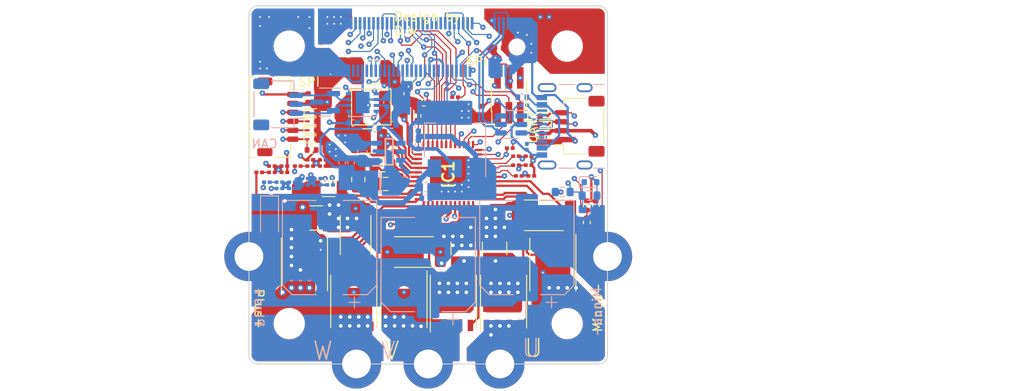
<source format=kicad_pcb>
(kicad_pcb (version 20221018) (generator pcbnew)
  (layers (0 "F.Cu" signal) (1 "In1.Cu" signal) (2 "In2.Cu" signal) (3 "In3.Cu" signal) (4 "In4.Cu" signal) (31 "B.Cu" signal) (34 "B.Paste" user) (35 "F.Paste" user) (36 "B.SilkS" user "B.Silkscreen") (37 "F.SilkS" user "F.Silkscreen") (38 "B.Mask" user) (39 "F.Mask" user) (44 "Edge.Cuts" user))
  (net 0 "")
  (net 1 "/Treiber/DVDD (3V3)")
  (net 2 "+BATT")
  (net 3 "Phase_U_GND")
  (net 4 "Net-(IC1-VCCLS)")
  (net 5 "Net-(IC1-VCCHS)")
  (net 6 "3V3")
  (net 7 "PH")
  (net 8 "VDDB")
  (net 9 "Net-(IC1-CP1L)")
  (net 10 "Net-(IC1-CP1H)")
  (net 11 "Net-(IC1-CP2L)")
  (net 12 "Net-(IC1-CP2H)")
  (net 13 "Phase_W_Gate_H")
  (net 15 "Phase_W_Gate_L")
  (net 16 "Phase_V_Source_L")
  (net 17 "Phase_V_Gate_L")
  (net 19 "Phase_V_Gate_H")
  (net 20 "Phase_U_Gate_H")
  (net 22 "Phase_U_Gate_L")
  (net 23 "Phase_U_Source_L")
  (net 24 "Net-(IC1-CSOA)")
  (net 25 "Net-(IC1-CSOB)")
  (net 26 "Net-(IC1-CSOC)")
  (net 27 "ENABLE")
  (net 28 "OUT_U")
  (net 29 "OUT_V")
  (net 30 "OUT_W")
  (net 31 "I2C_SCL")
  (net 32 "I2C_SDA")
  (net 33 "LPUART TX")
  (net 34 "LPUART RX")
  (net 35 "Net-(CAN_Con2-Pin_1)")
  (net 36 "Net-(CAN_Con2-Pin_3)")
  (net 37 "Net-(R_BAT1-Pad2)")
  (net 38 "+5V")
  (net 39 "ADC3_1")
  (net 40 "ADC321_4")
  (net 41 "ADC1_3")
  (net 42 "ADC2_3")
  (net 43 "SPI_1_MOSI")
  (net 44 "SPI_1_SCLK")
  (net 45 "SPI_1_MISO")
  (net 46 "SPI_1_CS")
  (net 47 "Phase_W_Source_L")
  (net 48 "Net-(J6-VBUS-PadA4)")
  (net 49 "/Spannungsversorgung_usw/CC1")
  (net 50 "USB_CONN_D+")
  (net 51 "USB_CONN_D-")
  (net 53 "/Spannungsversorgung_usw/CC2")
  (net 55 "unconnected-(J6-SHIELD-PadS1)")
  (net 56 "COMP1_N")
  (net 57 "COMP1_P")
  (net 58 "DAC_OUT")
  (net 59 "ADC2_+")
  (net 60 "ADC3_2")
  (net 61 "ADC2_-")
  (net 62 "ADC1_+")
  (net 63 "ADC1_-")
  (net 64 "CAN_TX")
  (net 65 "CAN_RX")
  (net 66 "PWM_U_N")
  (net 67 "PWM_U_P")
  (net 68 "PWM_V_N")
  (net 69 "PWM_V_P")
  (net 70 "PWM_W_N")
  (net 71 "UART8_RX")
  (net 72 "PWM_W_P")
  (net 73 "UART8_TX")
  (net 74 "PWM_Z_P")
  (net 75 "PWM_Z_N")
  (net 76 "USART2_TX")
  (net 77 "USART2_RX")
  (net 78 "SPI_2_CS")
  (net 79 "I2C2_SDA")
  (net 80 "SPI_2_MOSI")
  (net 81 "I2C2_SCL")
  (net 82 "TIM1_BKIN")
  (net 83 "SPI_2_MISO")
  (net 84 "SPI_2_SCLK")
  (net 85 "USB_D+")
  (net 86 "USB_D-")
  (net 87 "USB_Spannung")
  (net 88 "Net-(R_BAT3-Pad2)")
  (net 89 "Net-(R_BAT5-Pad2)")
  (net 90 "Net-(R_BAT7-Pad2)")
  (net 91 "/Spannungsversorgung_usw/SW")
  (net 92 "/Spannungsversorgung_usw/BST")
  (net 93 "/Spannungsversorgung_usw/FB")
  (footprint "Capacitor_SMD:C_1206_3216Metric" (layer "F.Cu") (at 193.9 87.4)
    (fp_text reference "C_VCCLS2" hide)
    (fp_text value "2u2" hide)
  )
  (footprint "Diode_SMD:D_SOD-923" (layer "F.Cu") (at 217.9 79.3 180)
    (fp_text reference "D1_ESD1" hide)
    (fp_text value "ESD9B3.3ST5G")
  )
  (footprint "Capacitor_SMD:C_0201_0603Metric" (layer "F.Cu") (at 193.245 84.9)
    (fp_text reference "C_VM_3" hide)
    (fp_text value "10n")
  )
  (footprint "Capacitor_SMD:C_0201_0603Metric" (layer "F.Cu") (at 216.2 84.8)
    (fp_text reference "C_I_V1" hide)
    (fp_text value "1n")
  )
  (footprint "Connector_PinHeader_1.27mm:PinHeader_2x03_P1.27mm_Vertical_SMD" (layer "F.Cu") (at 214 77 90)
    (fp_text reference "JST_SPI1" hide)
    (fp_text value "Conn_01x06_Female")
  )
  (footprint "Capacitor_SMD:C_0201_0603Metric" (layer "F.Cu") (at 214.1 82.9)
    (fp_text reference "C_VRef1" hide)
    (fp_text value "100n")
  )
  (footprint "Diode_SMD:D_SOD-923" (layer "F.Cu") (at 192.02 78.9)
    (fp_text reference "D1_ESD3" hide)
    (fp_text value "ESD9B3.3ST5G")
  )
  (footprint "Resistor_SMD:R_0201_0603Metric" (layer "F.Cu") (at 187.555 85.6)
    (fp_text reference "R_BAT2" hide)
    (fp_text value "40k")
  )
  (footprint "Capacitor_SMD:C_1210_3225Metric" (layer "F.Cu") (at 198.4 82.1 180)
    (fp_text reference "C_Buck1" hide)
    (fp_text value "47u" hide)
  )
  (footprint "Capacitor_SMD:C_0201_0603Metric" (layer "F.Cu") (at 216.5 86)
    (fp_text reference "C_I_U1" hide)
    (fp_text value "1n")
  )
  (footprint "Resistor_SMD:R_0201_0603Metric" (layer "F.Cu") (at 208 77.2 180)
    (fp_text reference "R_Fault1" hide)
    (fp_text value "10k")
  )
  (footprint "Resistor_SMD:R_0201_0603Metric" (layer "F.Cu") (at 193.245 84.2)
    (fp_text reference "R_VM_3" hide)
    (fp_text value "5K")
  )
  (footprint "Resistor_SMD:R_0201_0603Metric" (layer "F.Cu") (at 214.8 83.8)
    (fp_text reference "R_I_W1" hide)
    (fp_text value "150")
  )
  (footprint "Capacitor_SMD:C_0402_1005Metric" (layer "F.Cu") (at 212.9 71.7)
    (fp_text reference "C_LDO6" hide)
    (fp_text value "22u")
  )
  (footprint "Capacitor_SMD:C_1210_3225Metric" (layer "F.Cu") (at 192.5 90.7 180)
    (fp_text reference "C_IN6" hide)
    (fp_text value "10u" hide)
  )
  (footprint "Diode_SMD:D_0201_0603Metric" (layer "F.Cu") (at 191.845 84.2)
    (fp_text reference "D_VBAT3" hide)
    (fp_text value "RB751S-40DP-TP")
  )
  (footprint "Capacitor_SMD:C_0402_1005Metric" (layer "F.Cu") (at 201.2 82.8 -90)
    (fp_text reference "C_Buck2" hide)
    (fp_text value "100n" hide)
  )
  (footprint "Diode_SMD:D_SOD-923" (layer "F.Cu") (at 217.9 80.3 180)
    (fp_text reference "D1_ESD2" hide)
    (fp_text value "ESD9B3.3ST5G")
  )
  (footprint "MountingHole:MountingHole_3.2mm_M3_ISO14580" (layer "F.Cu") (at 220.5 102.5 -90)
    (fp_text reference "H2" hide)
    (fp_text value "MountingHole")
  )
  (footprint "Resistor_SMD:R_0402_1005Metric" (layer "F.Cu") (at 222.7 89.3 90)
    (fp_text reference "R_SENS_Temp1" hide)
    (fp_text value "4k7" hide)
  )
  (footprint "Capacitor_SMD:C_1210_3225Metric" (layer "F.Cu") (at 208.9 94.1 -90)
    (fp_text reference "C_IN5" hide)
    (fp_text value "10u" hide)
  )
  (footprint "MountingHole:MountingHole_3.2mm_M3_ISO14580_Pad_TopBottom" (layer "F.Cu") (at 213 107 -90)
    (fp_text reference "J3" hide)
    (fp_text value "U")
  )
  (footprint "Package_SO:PowerPAK_SO-8_Single" (layer "F.Cu") (at 202.295 100.005 -90)
    (fp_text reference "Q_P_V_L1" hide)
    (fp_text value "SiR584DP" hide)
  )
  (footprint "Resistor_SMD:R_0201_0603Metric" (layer "F.Cu") (at 190.445 84.9)
    (fp_text reference "R_BAT5" hide)
    (fp_text value "40k")
  )
  (footprint "Capacitor_SMD:C_0402_1005Metric" (layer "F.Cu") (at 193.5 71.5 -90)
    (fp_text reference "C_LDO5" hide)
    (fp_text value "22u")
  )
  (footprint "Resistor_SMD:R_0402_1005Metric" (layer "F.Cu") (at 203.8 79.29 90)
    (fp_text reference "R_Brake1" hide)
    (fp_text value "3k3" hide)
  )
  (footprint "Capacitor_SMD:C_1210_3225Metric" (layer "F.Cu") (at 212.4 94.1 -90)
    (fp_text reference "C_IN4" hide)
    (fp_text value "10u" hide)
  )
  (footprint "Diode_SMD:D_SOD-923" (layer "F.Cu") (at 192 81.9)
    (fp_text reference "D1_ESD6" hide)
    (fp_text value "ESD9B3.3ST5G")
  )
  (footprint "Diode_SMD:D_0201_0603Metric" (layer "F.Cu") (at 187.555 84.9)
    (fp_text reference "D_VBAT1" hide)
    (fp_text value "RB751S-40DP-TP")
  )
  (footprint "Resistor_SMD:R_0201_0603Metric" (layer "F.Cu") (at 188.955 85.6)
    (fp_text reference "R_VM_1" hide)
    (fp_text value "5K")
  )
  (footprint "Resistor_SMD:R_0402_1005Metric" (layer "F.Cu") (at 192 83.1 180)
    (fp_text reference "R_CAN1" hide)
    (fp_text value "3k3")
  )
  (footprint "MountingHole:MountingHole_3.2mm_M3_ISO14580" (layer "F.Cu") (at 220.5 71.5 -90)
    (fp_text reference "H1" hide)
    (fp_text value "MountingHole")
  )
  (footprint "Package_SO:PowerPAK_SO-8_Single" (layer "F.Cu") (at 191.195 95.89 90)
    (fp_text reference "Q_P_W_H1" hide)
    (fp_text value "SiR584DP" hide)
  )
  (footprint "Package_SO:PowerPAK_SO-8_Single" (layer "F.Cu") (at 196.695 100.005 -90)
    (fp_text reference "Q_P_W_L1" hide)
    (fp_text value "SiR584DP" hide)
  )
  (footprint "Capacitor_SMD:C_0805_2012Metric" (layer "F.Cu") (at 200.25 86.9 180)
    (fp_text reference "Ladungspumpe2" hide)
    (fp_text value "470nF 100V" hide)
  )
  (footprint "Capacitor_SMD:C_0402_1005Metric" (layer "F.Cu") (at 191.6 77.3 -90)
    (fp_text reference "C_SPI2" hide)
    (fp_text value "100n")
  )
  (footprint "MountingHole:MountingHole_3.2mm_M3_ISO14580_Pad_TopBottom" (layer "F.Cu") (at 225 95 -90)
    (fp_text reference "J2" hide)
    (fp_text value "Minus")
  )
  (footprint "Capacitor_SMD:C_0402_1005Metric" (layer "F.Cu") (at 223.7 89.3 90)
    (fp_text reference "C_SENS_Temp1" hide)
    (fp_text value "100n" hide)
  )
  (footprint "UltraLibrarian:MPL-SE4030-220" (layer "F.Cu") (at 198.65 78.3 180)
    (fp_text reference "L_Buck1" hide)
    (fp_text value "22u")
  )
  (footprint "Package_SO:PowerPAK_SO-8_Single" (layer "F.Cu") (at 213.405 100.03 90)
    (fp_text reference "Q_P_U_H1" hide)
    (fp_text value "SiR584DP" hide)
  )
  (footprint "Resistor_SMD:R_0201_0603Metric" (layer "F.Cu") (at 214.8 84.8)
    (fp_text reference "R_I_V1" hide)
    (fp_text value "150")
  )
  (footprint "MountingHole:MountingHole_3.2mm_M3_ISO14580_Pad_TopBottom" (layer "F.Cu") (at 197 107 -90)
    (fp_text reference "J5" hide)
    (fp_text value "W")
  )
  (footprint "Resistor_SMD:R_0402_1005Metric" (layer "F.Cu") (at 204.5 77.8 180)
    (fp_text reference "R_Warning1" hide)
    (fp_text value "10k" hide)
  )
  (footprint "Capacitor_SMD:C_0402_1005Metric" (layer "F.Cu") (at 211 78.7 90)
    (fp_text reference "C_SPI1" hide)
    (fp_text value "100n")
  )
  (footprint "Package_SO:PowerPAK_SO-8_Single" (layer "F.Cu") (at 207.805 100.03 90)
    (fp_text reference "Q_P_V_H1" hide)
    (fp_text value "SiR584DP" hide)
  )
  (footprint "MountingHole:MountingHole_3.2mm_M3_ISO14580_Pad_TopBottom" (layer "F.Cu") (at 185 95 -90)
    (fp_text reference "J1" hide)
    (fp_text value "Plus")
  )
  (footprint "Diode_SMD:D_SOD-923" (layer "F.Cu") (at 192 80.9)
    (fp_text reference "D1_ESD5" hide)
    (fp_text value "ESD9B3.3ST5G")
  )
  (footprint "Capacitor_SMD:C_0805_2012Metric" (layer "F.Cu") (at 199.9 84.8 180)
    (fp_text reference "Ladungspumpe1" hide)
    (fp_text value "470nF" hide)
  )
  (footprint "Resistor_SMD:R_2512_6332Metric" (layer "F.Cu") (at 196.9 92.6 -90)
    (fp_text reference "Rs_P_W1" hide)
    (fp_text value "5m")
  )
  (footprint "Resistor_SMD:R_2512_6332Metric" (layer "F.Cu") (at 203.4 94.5 180)
    (fp_text reference "Rs_P_V1" hide)
    (fp_text value "5m" hide)
  )
  (footprint "Resistor_SMD:R_0201_0603Metric" (layer "F.Cu") (at 215.1 86)
    (fp_text reference "R_I_U1" hide)
    (fp_text value "150")
  )
  (footprint "Capacitor_SMD:C_0805_2012Metric" (layer "F.Cu") (at 197.2 86.4 -90)
    (fp_text reference "C_VCCLS1" hide)
    (fp_text value "4u7" hide)
  )
  (footprint "Resistor_SMD:R_0402_1005Metric" (layer "F.Cu") (at 222.7 91.2 90)
    (fp_text reference "NTC1" hide)
    (fp_text value "10k" hide)
  )
  (footprint "Diode_SMD:D_SOD-923" (layer "F.Cu") (at 192.02 79.9)
    (fp_text reference "D1_ESD4" hide)
    (fp_text value "ESD9B3.3ST5G")
  )
  (footprint "Resistor_SMD:R_2512_6332Metric" (layer "F.Cu") (at 217.9 90.4)
    (fp_text reference "Rs_P_U1" hide)
    (fp_text value "5m" hide)
  )
  (footprint "Capacitor_SMD:C_0201_0603Metric" (layer "F.Cu") (at 216.2 83.8)
    (fp_text reference "C_I_W1" hide)
    (fp_text value "1n")
  )
  (footprint "SamacSys_Parts:6EDL7141XUMA1" (layer "F.Cu") (at 207.25 85.85 -90)
    (fp_text reference "IC1")
    (fp_text value "6EDL7141XUMA1" hide)
  )
  (footprint "Resistor_SMD:R_0201_0603Metric" (layer "F.Cu") (at 186.155 85.6)
    (fp_text reference "R_BAT1" hide)
    (fp_text value "40k")
  )
  (footprint "Package_SO:PowerPAK_SO-8_Single" (layer "F.Cu") (at 218.905 95.905 -90)
    (fp_text reference "Q_P_U_L1" hide)
    (fp_text value "SiR584DP" hide)
  )
  (footprint "MountingHole:MountingHole_3.2mm_M3_ISO14580" (layer "F.Cu") (at 189.5 71.5 -90)
    (fp_text reference "H3" hide)
    (fp_text value "MountingHole")
  )
  (footprint "Capacitor_SMD:C_0402_1005Metric" (layer "F.Cu") (at 217.65 81.73 -90)
    (fp_text reference "C_SPI3" hide)
    (fp_text value "100n")
  )
  (footprint "Resistor_SMD:R_0201_0603Metric" (layer "F.Cu") (at 191.845 84.9)
    (fp_text reference "R_BAT6" hide)
    (fp_text value "40k")
  )
  (footprint "Connector_JST:JST_SH_SM04B-SRSS-TB_1x04-1MP_P1.00mm_Horizontal" (layer "F.Cu") (at 221.9 80.45 90)
    (fp_text reference "I2C1" hide)
    (fp_text value "Conn_01x04_Pin")
  )
  (footprint "MountingHole:MountingHole_3.2mm_M3_ISO14580_Pad_TopBottom" (layer "F.Cu") (at 205 107 -90)
    (fp_text reference "J4" hide)
    (fp_text value "V")
  )
  (footprint "Capacitor_SMD:C_1210_3225Metric" (layer "F.Cu") (at 198.75 74.4)
    (fp_text reference "C_PVDD1" hide)
    (fp_text value "10u" hide)
  )
  (footprint "Capacitor_SMD:C_0603_1608Metric" (layer "F.Cu") (at 202.8 76.8 90)
    (fp_text reference "C_DVDD1" hide)
    (fp_text value "22u" hide)
  )
  (footprint "MountingHole:MountingHole_3.2mm_M3_ISO14580" (layer "F.Cu") (at 189.5 102.5 -90)
    (fp_text reference "H4" hide)
    (fp_text value "MountingHole")
  )
  (footprint "Capacitor_SMD:C_0201_0603Metric" (layer "F.Cu") (at 188.955 84.9)
    (fp_text reference "C_VM_1" hide)
    (fp_text value "100n")
  )
  (footprint "Connector_JST:JST_SHL_SM06B-SHLS-TF_1x06-1MP_P1.00mm_Horizontal" (layer "F.Cu") (at 188.225 79.4 -90)
    (fp_text reference "JST_SPI2" hide)
    (fp_text value "Conn_01x06_Female")
  )
  (footprint "Package_DFN_QFN:DFN-8-1EP_3x3mm_P0.65mm_EP1.55x2.4mm" (layer "B.Cu") (at 197.6875 77.8 180)
    (fp_text reference "U2" hide)
    (fp_text value "SIT1042QTK/3")
  )
  (footprint "Resistor_SMD:R_0201_0603Metric" (layer "B.Cu") (at 207.1 76 -90)
    (fp_text reference "R_CS1" hide)
    (fp_text value "10k")
  )
  (footprint "Resistor_SMD:R_0201_0603Metric" (layer "B.Cu") (at 188.4 86.7)
    (fp_text reference "R_BAT8" hide)
    (fp_text value "40k")
  )
  (footprint "Resistor_SMD:R_0201_0603Metric" (layer "B.Cu") (at 187 86.7)
    (fp_text reference "R_BAT7" hide)
    (fp_text value "40k")
  )
  (footprint "Resistor_SMD:R_0603_1608Metric" (layer "B.Cu") (at 223 88.2)
    (fp_text reference "R_CE2" hide)
    (fp_text value "30k")
  )
  (footprint "Capacitor_SMD:C_0201_0603Metric" (layer "B.Cu") (at 191.255 86.3 180)
    (fp_text reference "C_VM_2" hide)
    (fp_text value "10n")
  )
  (footprint "Connector_USB:USB_C_Receptacle_GCT_USB4105-xx-A_16P_TopMnt_Horizontal" (layer "B.Cu") (at 221.365 80.46 -90)
    (fp_text reference "J6" hide)
    (fp_text value "USB_C_Receptacle_USB2.0")
  )
  (footprint "Resistor_SMD:R_0402_1005Metric" (layer "B.Cu") (at 200.9 80.3)
    (fp_text reference "R_BAT10" hide)
    (fp_text value "10k")
  )
  (footprint "Capacitor_SMD:CP_Elec_10x10" (layer "B.Cu") (at 205 95.9 90)
    (fp_text reference "C_IN2" hide)
    (fp_text value "100u" hide)
  )
  (footprint "Resistor_SMD:R_0201_0603Metric" (layer "B.Cu") (at 192.655 87 180)
    (fp_text reference "R_BAT4" hide)
    (fp_text value "40k")
  )
  (footprint "Capacitor_SMD:C_0402_1005Metric" (layer "B.Cu") (at 200.4 77.8 90)
    (fp_text reference "C_Reset2" hide)
    (fp_text value "100n")
  )
  (footprint "Capacitor_SMD:CP_Elec_10x10" (layer "B.Cu") (at 216 94 90)
    (fp_text reference "C_IN3" hide)
    (fp_text value "100u" hide)
  )
  (footprint "Capacitor_SMD:C_0402_1005Metric" (layer "B.Cu") (at 196.4 84.55 -90)
    (fp_text reference "C_VREF4" hide)
    (fp_text value "22u 6V")
  )
  (footprint "Capacitor_SMD:C_0201_0603Metric" (layer "B.Cu") (at 189.8 87.4)
    (fp_text reference "C_VM_4" hide)
    (fp_text value "10n")
  )
  (footprint "Capacitor_SMD:C_0603_1608Metric" (layer "B.Cu") (at 204.75 87.25)
    (fp_text reference "C_LDO1" hide)
    (fp_text value "10u")
  )
  (footprint "Package_TO_SOT_SMD:SOT-23" (layer "B.Cu") (at 193.5 77.75 180)
    (fp_text reference "D1" hide)
    (fp_text value "PESD1CAN")
  )
  (footprint "Capacitor_SMD:C_0603_1608Metric" (layer "B.Cu") (at 197.65 83.3 90)
    (fp_text reference "C_VREF3" hide)
    (fp_text value "10u 25V")
  )
  (footprint "Diode_SMD:D_0201_0603Metric" (layer "B.Cu") (at 188.4 87.4)
    (fp_text reference "D_VBAT4" hide)
    (fp_text value "RB751S-40DP-TP")
  )
  (footprint "Resistor_SMD:R_0201_0603Metric" (layer "B.Cu") (at 191.255 87 180)
    (fp_text reference "R_VM_2" hide)
    (fp_text value "5K")
  )
  (footprint "Capacitor_SMD:C_0402_1005Metric" (layer "B.Cu") (at 196.6 80.1)
    (fp_text reference "C_Reset1" hide)
    (fp_text value "100n")
  )
  (footprint "Resistor_SMD:R_0201_0603Metric" (layer "B.Cu") (at 189.8 86.7)
    (fp_text reference "R_VM_4" hide)
    (fp_text value "5K")
  )
  (footprint "Capacitor_SMD:CP_Elec_10x10" (layer "B.Cu") (at 194 94 90)
    (fp_text reference "C_IN1" hide)
    (fp_text value "100u" hide)
  )
  (footprint "Capacitor_SMD:C_0603_1608Metric" (layer "B.Cu") (at 223 89.7)
    (fp_text reference "C_CE1" hide)
    (fp_text value "100n")
  )
  (footprint "Resistor_SMD:R_0603_1608Metric" (layer "B.Cu") (at 220 87.8)
    (fp_text reference "R_CE1" hide)
    (fp_text value "30k")
  )
  (footprint "Package_TO_SOT_SMD:SOT-23-6" (layer "B.Cu") (at 214.25 80.25 180)
    (fp_text reference "U1" hide)
    (fp_text value "USBLC6-2SC6")
  )
  (footprint "Resistor_SMD:R_0201_0603Metric" (layer "B.Cu") (at 215.7 78.1 180)
    (fp_text reference "R_USB2" hide)
    (fp_text value "5k1")
  )
  (footprint "Capacitor_SMD:C_0402_1005Metric" (layer "B.Cu") (at 202.65 86.05 90)
    (fp_text reference "C_VREF2" hide)
    (fp_text value "100n")
  )
  (footprint "SamacSys_Parts:INDC3225X120N" (layer "B.Cu") (at 199.65 86.8 180)
    (fp_text reference "L2" hide)
    (fp_text value "SRP3212A-3R3M" hide)
  )
  (footprint "Capacitor_SMD:C_0402_1005Metric" (layer "B.Cu") (at 203.9 82.5 90)
    (fp_text reference "C_LDO3" hide)
    (fp_text value "100n")
  )
  (footprint "Capacitor_SMD:C_0402_1005Metric" (layer "B.Cu") (at 195.4 84.55 -90)
    (fp_text reference "C_VREF5" hide)
    (fp_text value "22u 6V")
  )
  (footprint "Capacitor_SMD:C_0402_1005Metric" (layer "B.Cu") (at 204.75 88.5)
    (fp_text reference "C_LDO2" hide)
    (fp_text value "100n")
  )
  (footprint "Resistor_SMD:R_0201_0603Metric" (layer "B.Cu") (at 194.055 87 180)
    (fp_text reference "R_BAT3" hide)
    (fp_text value "40k")
  )
  (footprint "Connector_JST:JST_SH_SM03B-SRSS-TB_1x03-1MP_P1.00mm_Horizontal" (layer "B.Cu") (at 188.25 78 90)
    (fp_text reference "CAN_Con2" hide)
    (fp_text value "Conn_01x03_Pin")
  )
  (footprint "Diode_SMD:D_SOD-523" (layer "B.Cu") (at 223.1 86.7)
    (fp_text reference "D2" hide)
    (fp_text value "BZT52C4V7T-7")
  )
  (footprint "SamacSys_Parts:SOT95P280X100-6N" (layer "B.Cu") (at 200.65 83.3)
    (fp_text reference "IC2" hide)
    (fp_text value "AP62200WU-7" hide)
  )
  (footprint "Resistor_SMD:R_0201_0603Metric" (layer "B.Cu") (at 216 82.75 -90)
    (fp_text reference "R_USB1" hide)
    (fp_text value "5k1")
  )
  (footprint "Resistor_SMD:R_0402_1005Metric" (layer "B.Cu") (at 199 80.7)
    (fp_text reference "R_BAT9" hide)
    (fp_text value "52k3")
  )
  (footprint "Capacitor_SMD:C_0402_1005Metric" (layer "B.Cu") (at 203.9 80.5 -90)
    (fp_text reference "C_LDO4" hide)
    (fp_text value "22u")
  )
  (footprint "Resistor_SMD:R_0402_1005Metric" (layer "B.Cu") (at 215.5 77.2 180)
    (fp_text reference "R_CAN2" hide)
    (fp_text value "1k")
  )
  (footprint "Diode_SMD:D_SOD-123" (layer "B.Cu") (at 187.3 90.6 -90)
    (fp_text reference "D_TVS1" hide)
    (fp_text value "SMF54CA " hide)
  )
  (footprint "Diode_SMD:D_0201_0603Metric" (layer "B.Cu") (at 192.655 86.3 180)
    (fp_text reference "D_VBAT2" hide)
    (fp_text value "RB751S-40DP-TP")
  )
  (footprint "UltraLibrarian:APCI0110" (layer "B.Cu") (at 204.9 71.6 180)
    (fp_text reference "J7" hide)
    (fp_text value "Bus_M.2_Socket_M" hide)
  )
  (footprint "Package_TO_SOT_SMD:SOT-223-3_TabPin2" (layer "B.Cu") (at 208 82 90)
    (fp_text reference "U3" hide)
    (fp_text value "LDL1117")
  )
  (gr_line locked (start 185 68) (end 185 106) (stroke (width 0.1)) (layer "Edge.Cuts"))
  (gr_line locked (start 186 67) (end 224 67) (stroke (width 0.1)) (layer "Edge.Cuts"))
  (gr_arc locked (start 225 106) (mid 224.707107 106.707107) (end 224 107) (stroke (width 0.1)) (layer "Edge.Cuts"))
  (gr_line locked (start 224 107) (end 186 107) (stroke (width 0.1)) (layer "Edge.Cuts"))
  (gr_arc locked (start 224 67) (mid 224.707107 67.292893) (end 225 68) (stroke (width 0.1)) (layer "Edge.Cuts"))
  (gr_line locked (start 225 68) (end 225 106) (stroke (width 0.1)) (layer "Edge.Cuts"))
  (gr_arc locked (start 185 68) (mid 185.292893 67.292893) (end 186 67) (stroke (width 0.1)) (layer "Edge.Cuts"))
  (gr_arc locked (start 186 107) (mid 185.292893 106.707107) (end 185 106) (stroke (width 0.1)) (layer "Edge.Cuts"))
  (gr_text "W" (at 194.5 106.7) (layer "B.SilkS") (effects (font (size 2 2)) (justify left bottom mirror)))
  (gr_text "Plus+" (at 185.55 103 270) (layer "B.SilkS") (effects (font (size 1 1)) (justify left bottom mirror)))
  (gr_text "CAN" (at 188.3 83) (layer "B.SilkS") (effects (font (size 1 1)) (justify left bottom mirror)))
  (gr_text "U" (at 217.6 106.4) (layer "B.SilkS") (effects (font (size 2 2)) (justify left bottom mirror)))
  (gr_text "V" (at 201.5 106.7) (layer "B.SilkS") (effects (font (size 2 2)) (justify left bottom mirror)))
  (gr_text "Minus-" (at 224.4 98.35 90) (layer "B.SilkS") (effects (font (size 1 1)) (justify left bottom mirror)))
  (gr_text "Minus-" (at 224.5 103.55 90) (layer "F.SilkS") (effects (font (size 1 1)) (justify left bottom)))
  (gr_text "Design by\nD.W." (at 201.1 70.4) (layer "F.SilkS") (effects (font (size 1 1)) (justify left bottom)))
  (gr_text "UART" (at 217.25 82.5 90) (layer "F.SilkS") (effects (font (size 1 1)) (justify left bottom)))
  (gr_text "Plus+" (at 185.55 98.5 270) (layer "F.SilkS") (effects (font (size 1 1)) (justify left bottom)))
  (gr_text "W" (at 192 106.7) (layer "F.SilkS") (effects (font (size 2 2)) (justify left bottom)))
  (gr_text "SPI" (at 190.4 76.1) (layer "F.SilkS") (effects (font (size 1 1)) (justify left bottom)))
  (gr_text "SPI" (at 209.1 73.8) (layer "F.SilkS") (effects (font (size 1 1)) (justify left bottom)))
  (gr_text "V" (at 200 106.7) (layer "F.SilkS") (effects (font (size 2 2)) (justify left bottom)))
  (gr_text "U" (at 215.6 106.4) (layer "F.SilkS") (effects (font (size 2 2)) (justify left bottom)))
  (segment (start 203.4 83.6) (end 203.2 83.4) (width 0.125) (layer "F.Cu") (net 1))
  (segment (start 203.9 83.6) (end 203.4 83.6) (width 0.125) (layer "F.Cu") (net 1))
  (segment (start 203.2 77.975) (end 203.2 82.1) (width 0.2) (layer "F.Cu") (net 1))
  (segment (start 203.2 83.4) (end 203.2 82.1) (width 0.125) (layer "F.Cu") (net 1))
  (segment (start 202.8 77.575) (end 203.2 77.975) (width 0.2) (layer "F.Cu") (net 1))
  (segment (start 202.3 79) (end 201.5 78.2) (width 0.25) (layer "F.Cu") (net 2))
  (segment (start 202.86 83.66) (end 203.3 84.1) (width 0.25) (layer "F.Cu") (net 2))
  (segment (start 200.225 75.7705) (end 200.225 74.4) (width 0.25) (layer "F.Cu") (net 2))
  (segment (start 202.3 79.7) (end 202.7 80.1) (width 0.25) (layer "F.Cu") (net 2))
  (segment (start 202.86 82.56) (end 202.86 83.66) (width 0.25) (layer "F.Cu") (net 2))
  (segment (start 202.3 79.7) (end 202.3 79) (width 0.25) (layer "F.Cu") (net 2))
  (segment (start 201.259941 75.479971) (end 201.259941 75.434941) (width 0.25) (layer "F.Cu") (net 2))
  (segment (start 186.9 90.8) (end 185.425 92.275) (width 0.25) (layer "F.Cu") (net 2))
  (segment (start 200.225 75.225) (end 200.225 74.4) (width 0.25) (layer "F.Cu") (net 2))
  (segment (start 202.7 82.4) (end 202.86 82.56) (width 0.25) (layer "F.Cu") (net 2))
  (segment (start 202.7 80.1) (end 202.7 82.4) (width 0.25) (layer "F.Cu") (net 2))
  (segment (start 185.425 92.275) (end 185.425 95) (width 0.25) (layer "F.Cu") (net 2))
  (segment (start 201.5 78.2) (end 201.5 76.5) (width 0.25) (layer "F.Cu") (net 2))
  (segment (start 201.259941 75.434941) (end 200.225 74.4) (width 0.25) (layer "F.Cu") (net 2))
  (segment (start 203.3 84.1) (end 203.9 84.1) (width 0.25) (layer "F.Cu") (net 2))
  (segment (start 185.835 89.735) (end 186.9 90.8) (width 0.25) (layer "F.Cu") (net 2))
  (segment (start 185.835 85.6) (end 185.835 89.735) (width 0.25) (layer "F.Cu") (net 2))
  (segment (start 201.5 76.5) (end 200.225 75.225) (width 0.25) (layer "F.Cu") (net 2))
  (segment (start 200.0955 75.9) (end 200.225 75.7705) (width 0.25) (layer "F.Cu") (net 2))
  (via (at 209 95.5) (size 0.8) (drill 0.4) (layers "F.Cu" "B.Cu") (net 2))
  (via (at 213 99) (size 0.8) (drill 0.4) (layers "F.Cu" "B.Cu") (net 2))
  (via (at 209.25 99) (size 0.8) (drill 0.4) (layers "F.Cu" "B.Cu") (net 2))
  (via (at 189.75 96) (size 0.8) (drill 0.4) (layers "F.Cu" "B.Cu") (net 2))
  (via (at 193 93.25) (size 0.8) (drill 0.4) (layers "F.Cu" "B.Cu") (net 2))
  (via (at 209.25 98) (size 0.8) (drill 0.4) (layers "F.Cu" "B.Cu") (net 2))
  (via (at 213 98) (size 0.8) (drill 0.4) (layers "F.Cu" "B.Cu") (net 2))
  (via (at 219.8 87.8) (size 0.6) (drill 0.2) (layers "F.Cu" "B.Cu") (net 2))
  (via (at 189.75 95) (size 0.8) (drill 0.4) (layers "F.Cu" "B.Cu") (net 2))
  (via (at 215 99) (size 0.8) (drill 0.4) (layers "F.Cu" "B.Cu") (net 2))
  (via (at 206.25 98) (size 0.8) (drill 0.4) (layers "F.Cu" "B.Cu") (net 2))
  (via (at 212 99) (size 0.8) (drill 0.4) (layers "F.Cu" "B.Cu") (net 2))
  (via (at 207.25 98) (size 0.8) (drill 0.4) (layers "F.Cu" "B.Cu") (net 2))
  (via (at 193 94.25) (size 0.6) (drill 0.2) (layers "F.Cu" "B.Cu") (net 2))
  (via (at 201.259941 75.479971) (size 0.6) (drill 0.2) (layers "F.Cu" "B.Cu") (net 2))
  (via (at 190.75 96.5) (size 0.8) (drill 0.4) (layers "F.Cu" "B.Cu") (net 2))
  (via (at 207.25 99) (size 0.8) (drill 0.4) (layers "F.Cu" "B.Cu") (net 2))
  (via (at 208.25 99) (size 0.8) (drill 0.4) (layers "F.Cu" "B.Cu") (net 2))
  (via (at 212.5 95.5) (size 0.8) (drill 0.4) (layers "F.Cu" "B.Cu") (net 2))
  (via (at 202.3 79.7) (size 0.6) (drill 0.2) (layers "F.Cu" "B.Cu") (net 2))
  (via (at 200.0955 75.9) (size 0.6) (drill 0.2) (layers "F.Cu" "B.Cu") (net 2))
  (via (at 214 98) (size 0.8) (drill 0.4) (layers "F.Cu" "B.Cu") (net 2))
  (via (at 189.75 92) (size 0.8) (drill 0.4) (layers "F.Cu" "B.Cu") (net 2))
  (via (at 191 89.5) (size 0.8) (drill 0.4) (layers "F.Cu" "B.Cu") (net 2))
  (via (at 189.75 93) (size 0.8) (drill 0.4) (layers "F.Cu" "B.Cu") (net 2))
  (via (at 206.25 99) (size 0.8) (drill 0.4) (layers "F.Cu" "B.Cu") (net 2))
  (via (at 215 98) (size 0.8) (drill 0.4) (layers "F.Cu" "B.Cu") (net 2))
  (via (at 189.75 94) (size 0.8) (drill 0.4) (layers "F.Cu" "B.Cu") (net 2))
  (via (at 208.25 98) (size 0.8) (drill 0.4) (layers "F.Cu" "B.Cu") (net 2))
  (via (at 214 99) (size 0.8) (drill 0.4) (layers "F.Cu" "B.Cu") (net 2))
  (via (at 212 98) (size 0.8) (drill 0.4) (layers "F.Cu" "B.Cu") (net 2))
  (segment (start 219.175 87.8) (end 219.8 87.8) (width 0.125) (layer "B.Cu") (net 2))
  (segment (start 191.48 77.9) (end 191.6 77.78) (width 0.2) (layer "F.Cu") (net 3))
  (segment (start 211.18 78.22) (end 211.8 77.6) (width 0.25) (layer "F.Cu") (net 3))
  (segment (start 216.6 80.9) (end 216.6 81.65) (width 0.6) (layer "F.Cu") (net 3))
  (segment (start 217.48 80.1) (end 217.48 80.3) (width 0.25) (layer "F.Cu") (net 3))
  (segment (start 189.275 83.475) (end 189.2 83.4) (width 0.25) (layer "F.Cu") (net 3))
  (segment (start 223.67 88.79) (end 223.7 88.82) (width 0.25) (layer "F.Cu") (net 3))
  (segment (start 202.1 84.1) (end 202.1 83.22) (width 0.25) (layer "F.Cu") (net 3))
  (segment (start 211 78.22) (end 211.18 78.22) (width 0.25) (layer "F.Cu") (net 3))
  (segment (start 214.42 82.9) (end 214.42 82.28) (width 0.125) (layer "F.Cu") (net 3))
  (segment (start 210.6 86.1) (end 213.4 86.1) (width 0.25) (layer "F.Cu") (net 3))
  (segment (start 207.5 90.1) (end 207.5 89.2) (width 0.25) (layer "F.Cu") (net 3))
  (segment (start 207 90.8) (end 207 90.6) (width 0.25) (layer "F.Cu") (net 3))
  (segment (start 223.2 86.1) (end 223.2 88.79) (width 0.25) (layer "F.Cu") (net 3))
  (segment (start 213.4 86.1) (end 213.5 86) (width 0.25) (layer "F.Cu") (net 3))
  (segment (start 202.1 83.22) (end 200.98 82.1) (width 0.25) (layer "F.Cu") (net 3))
  (segment (start 216.52 84.12) (end 216.7 84.3) (width 0.25) (layer "F.Cu") (net 3))
  (segment (start 189.275 85.6) (end 189.275 84.9) (width 0.25) (layer "F.Cu") (net 3))
  (segment (start 200.8 91.4545) (end 200.8545 91.4) (width 0.25) (layer "F.Cu") (net 3))
  (segment (start 222.7 88.79) (end 223.2 88.79) (width 0.125) (layer "F.Cu") (net 3))
  (segment (start 203.1 85.1) (end 202.1 84.1) (width 0.25) (layer "F.Cu") (net 3))
  (segment (start 207 89.9) (end 207 89.2) (width 0.25) (layer "F.Cu") (net 3))
  (segment (start 212.73 75.57) (end 212.4 75.9) (width 0.25) (layer "F.Cu") (net 3))
  (segment (start 217.48 79.3) (end 217.48 80.3) (width 0.25) (layer "F.Cu") (net 3))
  (segment (start 217.4 80.1) (end 216.6 80.9) (width 0.6) (layer "F.Cu") (net 3))
  (segment (start 216.52 84.48) (end 216.7 84.3) (width 0.25) (layer "F.Cu") (net 3))
  (segment (start 200.98 82.1) (end 200.125 82.1) (width 0.25) (layer "F.Cu") (net 3))
  (segment (start 223.2 88.79) (end 223.67 88.79) (width 0.125) (layer "F.Cu") (net 3))
  (segment (start 217.48 80.1) (end 217.48 79.3) (width 0.6) (layer "F.Cu") (net 3))
  (segment (start 216.6 81.65) (end 217.16 82.21) (width 0.6) (layer "F.Cu") (net 3))
  (segment (start 207 90.6) (end 207.5 90.1) (width 0.25) (layer "F.Cu") (net 3))
  (segment (start 212.73 75.05) (end 212.73 75.57) (width 0.25) (layer "F.Cu") (net 3))
  (segment (start 221.25 81.95) (end 219.9 81.95) (width 0.6) (layer "F.Cu") (net 3))
  (segment (start 203.9 85.1) (end 203.1 85.1) (width 0.25) (layer "F.Cu") (net 3))
  (segment (start 221.4 82.1) (end 221.25 81.95) (width 0.6) (layer "F.Cu") (net 3))
  (segment (start 193.75 76.25) (end 193.75 77.75) (width 0.25) (layer "F.Cu") (net 3))
  (segment (start 205.5 91.4) (end 207 89.9) (width 0.25) (layer "F.Cu") (net 3))
  (segment (start 195.6 74.4) (end 194.75 75.25) (width 0.25) (layer "F.Cu") (net 3))
  (segment (start 216.52 84.8) (end 216.52 84.48) (width 0.25) (layer "F.Cu") (net 3))
  (segment (start 189.275 84.9) (end 189.275 83.475) (width 0.25) (layer "F.Cu") (net 3))
  (segment (start 197.275 74.4) (end 195.6 74.4) (width 0.25) (layer "F.Cu") (net 3))
  (segment (start 200.2 82.1) (end 199.875 82.1) (width 0.25) (layer "F.Cu") (net 3))
  (segment (start 216.82 85.1) (end 216.52 84.8) (width 0.25) (layer "F.Cu") (net 3))
  (segment (start 214.42 82.28) (end 214.5 82.2) (width 0.125) (layer "F.Cu") (net 3))
  (segment (start 216.52 83.8) (end 216.52 84.12) (width 0.25) (layer "F.Cu") (net 3))
  (segment (start 217.48 80.1) (end 217.4 80.1) (width 0.6) (layer "F.Cu") (net 3))
  (segment (start 200.5 82.4) (end 200.2 82.1) (width 0.25) (layer "F.Cu") (net 3))
  (segment (start 206.5 85.1) (end 207.25 85.85) (width 0.25) (layer "F.Cu") (net 3))
  (segment (start 217.16 82.21) (end 219.64 82.21) (width 0.6) (layer "F.Cu") (net 3))
  (segment (start 219.64 82.21) (end 219.9 81.95) (width 0.6) (layer "F.Cu") (net 3))
  (segment (start 194.75 75.25) (end 193.75 76.25) (width 0.25) (layer "F.Cu") (net 3))
  (segment (start 222.7 88.79) (end 223.67 88.79) (width 0.25) (layer "F.Cu") (net 3))
  (segment (start 200.8545 91.4) (end 205.5 91.4) (width 0.25) (layer "F.Cu") (net 3))
  (segment (start 189.9 77.9) (end 191.48 77.9) (width 0.2) (layer "F.Cu") (net 3))
  (segment (start 216.82 86) (end 216.82 85.1) (width 0.25) (layer "F.Cu") (net 3))
  (segment (start 203.9 85.1) (end 206.5 85.1) (width 0.25) (layer "F.Cu") (net 3))
  (segment (start 214.1 90.4) (end 214.9375 90.4) (width 0.25) (layer "F.Cu") (net 3))
  (via (at 206.5 87.75) (size 0.6) (drill 0.2) (layers "F.Cu" "B.Cu") (net 3))
  (via (at 209.5 86.5) (size 0.6) (drill 0.2) (layers "F.Cu" "B.Cu") (net 3))
  (via (at 194 89.25) (size 0.8) (drill 0.4) (layers "F.Cu" "B.Cu") (net 3))
  (via (at 209.5 84.25) (size 0.6) (drill 0.2) (layers "F.Cu" "B.Cu") (net 3))
  (via (at 214.5 82.2) (size 0.6) (drill 0.2) (layers "F.Cu" "B.Cu") (net 3))
  (via (at 211.5 92.75) (size 0.8) (drill 0.4) (layers "F.Cu" "B.Cu") (net 3))
  (via (at 194 83.3) (size 0.6) (drill 0.2) (layers "F.Cu" "B.Cu") (net 3))
  (via (at 197.5 71.5) (size 0.6) (drill 0.2) (layers "F.Cu" "B.Cu") (net 3))
  (via (at 206.3625 94.5) (size 0.6) (drill 0.2) (layers "F.Cu" "B.Cu") (net 3))
  (via (at 212.1 68.65) (size 0.6) (drill 0.2) (layers "F.Cu" "B.Cu") (net 3))
  (via (at 212.5 91.75) (size 0.8) (drill 0.4) (layers "F.Cu" "B.Cu") (net 3))
  (via (at 211.8 77.6) (size 0.6) (drill 0.2) (layers "F.Cu" "B.Cu") (net 3))
  (via (at 221.4 82.1) (size 0.6) (drill 0.2) (layers "F.Cu" "B.Cu") (net 3))
  (via (at 187.25 68.25) (size 0.6) (drill 0.2) (layers "F.Cu" "B.Cu") (net 3))
  (via (at 209.5 87.25) (size 0.6) (drill 0.2) (layers "F.Cu" "B.Cu") (net 3))
  (via (at 212.4 75.9) (size 0.6) (drill 0.2) (layers "F.Cu" "B.Cu") (net 3))
  (via (at 217.5 68.25) (size 0.6) (drill 0.2) (layers "F.Cu" "B.Cu") (net 3))
  (via (at 186.25 74) (size 0.6) (drill 0.2) (layers "F.Cu" "B.Cu") (net 3))
  (via (at 206.5 87) (size 0.6) (drill 0.2) (layers "F.Cu" "B.Cu") (net 3))
  (via (at 195 89.25) (size 0.8) (drill 0.4) (layers "F.Cu" "B.Cu") (net 3))
  (via (at 199.75 81.5) (size 0.6) (drill 0.2) (layers "F.Cu" "B.Cu") (net 3))
  (via (at 186.25 68.25) (size 0.6) (drill 0.2) (layers "F.Cu" "B.Cu") (net 3))
  (via (at 216.7 84.3) (size 0.6) (drill 0.2) (layers "F.Cu" "B.Cu") (net 3))
  (via (at 214.1 90.4) (size 0.6) (drill 0.2) (layers "F.Cu" "B.Cu") (net 3))
  (via (at 206.75 92.75) (size 0.8) (drill 0.4) (layers "F.Cu" "B.Cu") (net 3))
  (via (at 209.75 91.75) (size 0.8) (drill 0.4) (layers "F.Cu" "B.Cu") (net 3))
  (via (at 200.5 81.5) (size 0.6) (drill 0.2) (layers "F.Cu" "B.Cu") (net 3))
  (via (at 207.75 92.75) (size 0.8) (drill 0.4) (layers "F.Cu" "B.Cu") (net 3))
  (via (at 186.25 73.25) (size 0.6) (drill 0.2) (layers "F.Cu" "B.Cu") (net 3))
  (via (at 208.75 93.75) (size 0.8) (drill 0.4) (layers "F.Cu" "B.Cu") (net 3))
  (via (at 207.25 87.75) (size 0.6) (drill 0.2) (layers "F.Cu" "B.Cu") (net 3))
  (via (at 198.3 78.1) (size 0.6) (drill 0.2) (layers "F.Cu" "B.Cu") (net 3))
  (via (at 190.5 68.25) (size 0.6) (drill 0.2) (layers "F.Cu" "B.Cu") (net 3))
  (via (at 213.5 86) (size 0.6) (drill 0.2) (layers "F.Cu" "B.Cu") (net 3))
  (via (at 207 90.8) (size 0.6) (drill 0.2) (layers "F.Cu" "B.Cu") (net 3))
  (via (at 196 90.75) (size 0.8) (drill 0.4) (layers "F.Cu" "B.Cu") (net 3))
  (via (at 194 82.5) (size 0.6) (drill 0.2) (layers "F.Cu" "B.Cu") (net 3))
  (via (at 187 74) (size 0.6) (drill 0.2) (layers "F.Cu" "B.Cu") (net 3))
  (via (at 207.75 93.75) (size 0.8) (drill 0.4) (layers "F.Cu" "B.Cu") (net 3))
  (via (at 208.75 92.75) (size 0.8) (drill 0.4) (layers "F.Cu" "B.Cu") (net 3))
  (via (at 194.7 83.75) (size 0.6) (drill 0.2) (layers "F.Cu" "B.Cu") (net 3))
  (via (at 208.75 87.75) (size 0.6) (drill 0.2) (layers "F.Cu" "B.Cu") (net 3))
  (via (at 208 87.75) (size 0.6) (drill 0.2) (layers "F.Cu" "B.Cu") (net 3))
  (via (at 212.5 89.75) (size 0.8) (drill 0.4) (layers "F.Cu" "B.Cu") (net 3))
  (via (at 200 70.9) (size 0.6) (drill 0.2) (layers "F.Cu" "B.Cu") (net 3))
  (via (at 193.75 77.75) (size 0.6) (drill 0.2) (layers "F.Cu" "B.Cu") (net 3))
  (via (at 197 90.75) (size 0.8) (drill 0.4) (layers "F.Cu" "B.Cu") (net 3))
  (via (at 223.2 86.1) (size 0.6) (drill 0.2) (layers "F.Cu" "B.Cu") (net 3))
  (via (at 209.75 93.75) (size 0.8) (drill 0.4) (layers "F.Cu" "B.Cu") (net 3))
  (via (at 189.2 83.4) (size 0.6) (drill 0.2) (layers "F.Cu" "B.Cu") (net 3))
  (via (at 205.3 73) (size 0.6) (drill 0.2) (layers "F.Cu" "B.Cu") (net 3))
  (via (at 209.5 85.75) (size 0.6) (drill 0.2) (layers "F.Cu" "B.Cu") (net 3))
  (via (at 200.5 82.4) (size 0.6) (drill 0.2) (layers "F.Cu" "B.Cu") (net 3))
  (via (at 191.75 69.5) (size 0.6) (drill 0.2) (layers "F.Cu" "B.Cu") (net 3))
  (via (at 207.25 87) (size 0.6) (drill 0.2) (layers "F.Cu" "B.Cu") (net 3))
  (via (at 209.5 85) (size 0.6) (drill 0.2) (layers "F.Cu" "B.Cu") (net 3))
  (via (at 195 90.75) (size 0.8) (drill 0.4) (layers "F.Cu" "B.Cu") (net 3))
  (via (at 206.5 95.75) (size 0.8) (drill 0.4) (layers "F.Cu" "B.Cu") (net 3))
  (via (at 200.8 91.4545) (size 0.6) (drill 0.2) (layers "F.Cu" "B.Cu") (net 3))
  (via (at 218.5 68.25) (size 0.6) (drill 0.2) (layers "F.Cu" "B.Cu") (net 3))
  (via (at 212.5 90.75) (size 0.8) (drill 0.4) (layers "F.Cu" "B.Cu") (net 3))
  (via (at 202.8 76.025) (size 0.6) (drill 0.2) (layers "F.Cu" "B.Cu") (net 3))
  (via (at 216.5 71.25) (size 0.6) (drill 0.2) (layers "F.Cu" "B.Cu") (net 3))
  (via (at 211.5 90.75) (size 0.8) (drill 0.4) (layers "F.Cu" "B.Cu") (net 3))
  (via (at 189 88.8) (size 0.8) (drill 0.4) (layers "F.Cu" "B.Cu") (net 3))
  (via (at 195 91.75) (size 0.8) (drill 0.4) (layers "F.Cu" "B.Cu") (net 3))
  (via (at 212.5 92.75) (size 0.8) (drill 0.4) (layers "F.Cu" "B.Cu") (net 3))
  (via (at 194 90.25) (size 0.8) (drill 0.4) (layers "F.Cu" "B.Cu") (net 3))
  (via (at 208 87) (size 0.6) (drill 0.2) (layers "F.Cu" "B.Cu") (net 3))
  (via (at 194.7 83) (size 0.6) (drill 0.2) (layers "F.Cu" "B.Cu") (net 3))
  (via (at 199.3 72.9) (size 0.6) (drill 0.2) (layers "F.Cu" "B.Cu") (net 3))
  (via (at 190.928383 86.083906) (size 0.6) (drill 0.2) (layers "F.Cu" "B.Cu") (net 3))
  (via (at 216.5 72.25) (size 0.6) (drill 0.2) (layers "F.Cu" "B.Cu") (net 3))
  (via (at 213.5 91.75) (size 0.8) (drill 0.4) (layers "F.Cu" "B.Cu") (net 3))
  (via (at 210 74.2) (size 0.6) (drill 0.2) (layers "F.Cu" "B.Cu") (net 3))
  (via (at 186.25 69.25) (size 0.6) (drill 0.2) (layers "F.Cu" "B.Cu") (net 3))
  (via (at 215 70) (size 0.6) (drill 0.2) (layers "F.Cu" "B.Cu") (net 3))
  (via (at 208.75 87) (size 0.6) (drill 0.2) (layers "F.Cu" "B.Cu") (net 3))
  (via (at 211.5 91.75) (size 0.8) (drill 0.4) (layers "F.Cu" "B.Cu") (net 3))
  (via (at 208.8 72.2) (size 0.6) (drill 0.2) (layers "F.Cu" "B.Cu") (net 3))
  (via (at 191.75 68.25) (size 0.6) (drill 0.2) (layers "F.Cu" "B.Cu") (net 3))
  (via (at 210.4 71.1) (size 0.6) (drill 0.2) (layers "F.Cu" "B.Cu") (net 3))
  (via (at 216 70.25) (size 0.6) (drill 0.2) (layers "F.Cu" "B.Cu") (net 3))
  (via (at 196.9 89.6375) (size 0.6) (drill 0.2) (layers "F.Cu" "B.Cu") (net 3))
  (via (at 196 91.75) (size 0.8) (drill 0.4) (layers "F.Cu" "B.Cu") (net 3))
  (segment (start 203.9 81.6) (end 207.6 81.6) (width 0.6) (layer "B.Cu") (net 3))
  (segment (start 217.685 77.26) (end 217.16 77.26) (width 0.25) (layer "B.Cu") (net 3))
  (segment (start 208.15 72.85) (end 208.8 72.2) (width 0.25) (layer "B.Cu") (net 3))
  (segment (start 196.5 75.5) (end 196.15 75.15) (width 0.25) (layer "B.Cu") (net 3))
  (segment (start 196.15 75.15) (end 196.15 74.25) (width 0.25) (layer "B.Cu") (net 3))
  (segment (start 208.9 68.95) (end 208.9 69.6) (width 0.125) (layer "B.Cu") (net 3))
  (segment (start 212.5 67.75) (end 213.75 67.75) (width 0.125) (layer "B.Cu") (net 3))
  (segment (start 190.535 87.4) (end 190.935 87) (width 0.125) (layer "B.Cu") (net 3))
  (segment (start 208.9 69.6) (end 210.4 71.1) (width 0.125) (layer "B.Cu") (net 3))
  (segment (start 214.85 80.25) (end 214.43 79.83) (width 0.2) (layer "B.Cu") (net 3))
  (segment (start 201.505 77.32) (end 202.8 76.025) (width 0.25) (layer "B.Cu") (net 3))
  (segment (start 223.8 86.7) (end 223.825 86.725) (width 0.125) (layer "B.Cu") (net 3))
  (segment (start 197.65 84.075) (end 196.405 84.075) (width 0.4) (layer "B.Cu") (net 3))
  (segment (start 191.7 78.1) (end 190.35 78.1) (width 0.2) (layer "B.Cu") (net 3))
  (segment (start 212.4 68.95) (end 212.4 67.85) (width 0.125) (layer "B.Cu") (net 3))
  (segment (start 221.4 82.1) (end 220.56 81.26) (width 0.25) (layer "B.Cu") (net 3))
  (segment (start 206.65 73.4025) (end 206.65 74.25) (width 0.25) (layer "B.Cu") (net 3))
  (segment (start 223.825 86.725) (end 223.825 88.2) (width 0.125) (layer "B.Cu") (net 3))
  (segment (start 197.6875 77.8) (end 197.6875 74.2875) (width 0.25) (layer "B.Cu") (net 3))
  (segment (start 197.65 75.15) (end 197.3 75.5) (width 0.25) (layer "B.Cu") (net 3))
  (segment (start 216.6 72.35) (end 216.5 72.25) (width 0.25) (layer "B.Cu") (net 3))
  (segment (start 196.405 84.075) (end 196.4 84.07) (width 0.4) (layer "B.Cu") (net 3))
  (segment (start 197.6875 79.4925) (end 197.6875 77.8) (width 0.2) (layer "B.Cu") (net 3))
  (segment (start 223.8 86.7) (end 223.2 86.1) (width 0.25) (layer "B.Cu") (net 3))
  (segment (start 197.6875 77.8) (end 198.0125 77.475) (width 0.25) (layer "B.Cu") (net 3))
  (segment (start 200.4 77.32) (end 201.505 77.32) (width 0.25) (layer "B.Cu") (net 3))
  (segment (start 190.935 86.3) (end 190.935 86.090523) (width 0.25) (layer "B.Cu") (net 3))
  (segment (start 208.7 67.8) (end 207 67.8) (width 0.125) (layer "B.Cu") (net 3))
  (segment (start 199.15 73.05) (end 199.3 72.9) (width 0.125) (layer "B.Cu") (net 3))
  (segment (start 199.9 68.95) (end 199.9 70.8) (width 0.125) (layer "B.Cu") (net 3))
  (segment (start 199.9 70.8) (end 200 70.9) (width 0.125) (layer "B.Cu") (net 3))
  (segment (start 216.15 72.25) (end 216.5 72.25) (width 0.25) (layer "B.Cu") (net 3))
  (segment (start 212.1 68.65) (end 212.4 68.95) (width 0.125) (layer "B.Cu") (net 3))
  (segment (start 206.2475 73) (end 206.65 73.4025) (width 0.25) (layer "B.Cu") (net 3))
  (segment (start 201.4 68.95) (end 201.4 68.1) (width 0.125) (layer "B.Cu") (net 3))
  (segment (start 215.77 83.07) (end 216 83.07) (width 0.25) (layer "B.Cu") (net 3))
  (segment (start 200.4 77.32) (end 200.65 77.07) (width 0.25) (layer "B.Cu") (net 3))
  (segment (start 203.9 81.6) (end 203.9 82.02) (width 0.4) (layer "B.Cu") (net 3))
  (segment (start 213.75 67.75) (end 213.9 67.9) (width 0.125) (layer "B.Cu") (net 3))
  (segment (start 205.15 74.25) (end 205.15 73.15) (width 0.25) (layer "B.Cu") (net 3))
  (segment (start 207.6 81.6) (end 208.4 82.4) (width 0.6) (layer "B.Cu") (net 3))
  (segment (start 201.41 78.33) (end 200.4 77.32) (width 0.25) (layer "B.Cu") (net 3))
  (segment (start 212.4 67.85) (end 212.5 67.75) (width 0.125) (layer "B.Cu") (net 3))
  (segment (start 214.3 81.6) (end 215.77 83.07) (width 0.25) (layer "B.Cu") (net 3))
  (segment (start 216 83.07) (end 216.59 83.66) (width 0.25) (layer "B.Cu") (net 3))
  (segment (start 198.0125 77.475) (end 199.2375 77.475) (width 0.25) (layer "B.Cu") (net 3))
  (segment (start 190.12 87.4) (end 190.535 87.4) (width 0.125) (layer "B.Cu") (net 3))
  (segment (start 198 77.8) (end 198.3 78.1) (width 0.125) (layer "B.Cu") (net 3))
  (segment (start 202.15 74.25) (end 202.15 75.375) (width 0.25) (layer "B.Cu") (net 3))
  (segment (start 209.95 74.25) (end 210 74.2) (width 0.25) (layer "B.Cu") (net 3))
  (segment (start 197.3 75.5) (end 196.5 75.5) (width 0.25) (layer "B.Cu") (net 3))
  (segment (start 200.245 77.475) (end 200.4 77.32) (width 0.25) (layer "B.Cu") (net 3))
  (segment (start 207 67.8) (end 206.9 67.9) (width 0.125) (layer "B.Cu") (net 3))
  (segment (start 199.9 68.1) (end 199.9 68.95) (width 0.125) (layer "B.Cu") (net 3))
  (segment (start 208.4 82.4) (end 209 82.4) (width 0.6) (layer "B.Cu") (net 3))
  (segment (start 223.825 88.2) (end 223.825 89.65) (width 0.125) (layer "B.Cu") (net 3))
  (segment (start 217.16 77.26) (end 216.6 76.7) (width 0.25) (layer "B.Cu") (net 3))
  (segment (start 214.65 80.25) (end 214.3 80.6) (width 0.25) (layer "B.Cu") (net 3))
  (segment (start 200.1 67.9) (end 199.9 68.1) (width 0.125) (layer "B.Cu") (net 3))
  (segment (start 208.9 68) (end 208.7 67.8) (width 0.125) (layer "B.Cu") (net 3))
  (segment (start 197.6875 77.8) (end 198 77.8) (width 0.125) (layer "B.Cu") (net 3))
  (segment (start 223.825 89.65) (end 223.775 89.7) (width 0.125) (layer "B.Cu") (net 3))
  (segment (start 216.6 76.7) (end 216.6 72.35) (width 0.25) (layer "B.Cu") (net 3))
  (segment (start 190.535 86.7) (end 190.935 86.3) (width 0.125) (layer "B.Cu") (net 3))
  (segment (start 214.43 79.83) (end 214.43 78.67) (width 0.2) (layer "B.Cu") (net 3))
  (segment (start 190.35 78.1) (end 190.25 78) (width 0.2) (layer "B.Cu") (net 3))
  (segment (start 208.9 68.95) (end 208.9 68) (width 0.125) (layer "B.Cu") (net 3))
  (segment (start 190.935 86.090523) (end 190.928383 86.083906) (width 0.25) (layer "B.Cu") (net 3))
  (segment (start 214.15 74.25) (end 216.15 72.25) (width 0.25) (layer "B.Cu") (net 3))
  (segment (start 205.15 73.15) (end 205.3 73) (width 0.25) (layer "B.Cu") (net 3))
  (segment (start 217.34 83.66) (end 216.7 84.3) (width 0.25) (layer "B.Cu") (net 3))
  (segment (start 192.5625 77.75) (end 192.05 77.75) (width 0.2) (layer "B.Cu") (net 3))
  (segment (start 214.43 78.67) (end 214.9 78.2) (width 0.2) (layer "B.Cu") (net 3))
  (segment (start 209 82.4) (end 210.3 83.7) (width 0.6) (layer "B.Cu") (net 3))
  (segment (start 215.28 78.2) (end 215.38 78.1) (width 0.2) (layer "B.Cu") (net 3))
  (segment (start 200.65 77.07) (end 200.65 74.25) (width 0.25) (layer "B.Cu") (net 3))
  (segment (start 203.65 75.175) (end 202.8 76.025) (width 0.125) (layer "B.Cu") (net 3))
  (segment (start 193.75 77.75) (end 192.5625 77.75) (width 0.25) (layer "B.Cu") (net 3))
  (segment (start 214.3 80.6) (end 214.3 81.6) (width 0.25) (layer "B.Cu") (net 3))
  (segment (start 219.17 76.97) (end 217.975 76.97) (width 0.25) (layer "B.Cu") (net 3))
  (segment (start 214.9 78.2) (end 215.28 78.2) (width 0.2) (layer "B.Cu") (net 3))
  (segment (start 197.825 84.25) (end 197.65 84.075) (width 0.4) (layer "B.Cu") (net 3))
  (segment (start 215.3875 80.25) (end 214.85 80.25) (width 0.2) (layer "B.Cu") (net 3))
  (segment (start 206.9 67.9) (end 206.9 68.95) (width 0.125) (layer "B.Cu") (net 3))
  (segment (start 208.15 74.25) (end 208.15 72.85) (width 0.25) (layer "B.Cu") (net 3))
  (segment (start 217.685 83.66) (end 217.34 83.66) (width 0.25) (layer "B.Cu") (net 3))
  (segment (start 201.4 68.1) (end 201.2 67.9) (width 0.125) (layer "B.Cu") (net 3))
  (segment (start 220.56 78.36) (end 219.17 76.97) (width 0.25) (layer "B.Cu") (net 3))
  (segment (start 201.2 67.9) (end 200.1 67.9) (width 0.125) (layer "B.Cu") (net 3))
  (segment (start 197.08 80.1) (end 197.6875 79.4925) (width 0.2) (layer "B.Cu") (net 3))
  (segment (start 203.65 74.25) (end 203.65 75.175) (width 0.125) (layer "B.Cu") (net 3))
  (segment (start 190.12 86.7) (end 190.535 86.7) (width 0.125) (layer "B.Cu") (net 3))
  (segment (start 201.41 80.3) (end 201.41 78.33) (width 0.25) (layer "B.Cu") (net 3))
  (segment (start 199.15 74.25) (end 199.15 73.05) (width 0.125) (layer "B.Cu") (net 3))
  (segment (start 215.3875 80.25) (end 214.65 80.25) (width 0.25) (layer "B.Cu") (net 3))
  (segment (start 199.35 84.25) (end 197.825 84.25) (width 0.4) (layer "B.Cu") (net 3))
  (segment (start 192.05 77.75) (end 191.7 78.1) (width 0.2) (layer "B.Cu") (net 3))
  (segment (start 213.9 67.9) (end 213.9 68.95) (width 0.125) (layer "B.Cu") (net 3))
  (segment (start 216.59 83.66) (end 217.685 83.66) (width 0.25) (layer "B.Cu") (net 3))
  (segment (start 203.9 80.98) (end 203.9 81.6) (width 0.4) (layer "B.Cu") (net 3))
  (segment (start 220.56 81.26) (end 220.56 78.36) (width 0.25) (layer "B.Cu") (net 3))
  (segment (start 217.975 76.97) (end 217.685 77.26) (width 0.25) (layer "B.Cu") (net 3))
  (segment (start 197.65 74.25) (end 197.65 75.15) (width 0.25) (layer "B.Cu") (net 3))
  (segment (start 205.3 73) (end 206.2475 73) (width 0.25) (layer "B.Cu") (net 3))
  (segment (start 209.65 74.25) (end 209.95 74.25) (width 0.25) (layer "B.Cu") (net 3))
  (segment (start 210.3 83.7) (end 210.3 85.15) (width 0.6) (layer "B.Cu") (net 3))
  (segment (start 202.15 75.375) (end 202.8 76.025) (width 0.25) (layer "B.Cu") (net 3))
  (segment (start 197.6875 74.2875) (end 197.65 74.25) (width 0.25) (layer "B.Cu") (net 3))
  (segment (start 201.6125 77.2125) (end 202.8 76.025) (width 0.25) (layer "B.Cu") (net 3))
  (segment (start 199.2375 77.475) (end 200.245 77.475) (width 0.25) (layer "B.Cu") (net 3))
  (segment (start 203.9 88.1) (end 203.365 88.1) (width 0.25) (layer "F.Cu") (net 4))
  (segment (start 203.365 88.1) (end 203.065 88.4) (width 0.25) (layer "F.Cu") (net 4))
  (segment (start 203.065 88.4) (end 198.9 88.4) (width 0.25) (layer "F.Cu") (net 4))
  (segment (start 197.85 87.35) (end 197.35 87.35) (width 0.25) (layer "F.Cu") (net 4))
  (segment (start 198.9 88.4) (end 197.85 87.35) (width 0.25) (layer "F.Cu") (net 4))
  (segment (start 203.9 88.6) (end 203.6 88.9) (width 0.25) (layer "F.Cu") (net 5))
  (segment (start 196.175 88.2) (end 195.375 87.4) (width 0.25) (layer "F.Cu") (net 5))
  (segment (start 197.964178 88.2) (end 196.175 88.2) (width 0.25) (layer "F.Cu") (net 5))
  (segment (start 198.664178 88.9) (end 197.964178 88.2) (width 0.25) (layer "F.Cu") (net 5))
  (segment (start 203.6 88.9) (end 198.664178 88.9) (width 0.25) (layer "F.Cu") (net 5))
  (segment (start 223.15 80.95) (end 223.65 81.45) (width 0.4) (layer "F.Cu") (net 6))
  (segment (start 218.8 80.95) (end 219.9 80.95) (width 0.4) (layer "F.Cu") (net 6))
  (segment (start 224.2 85.4) (end 224.4 85.6) (width 0.125) (layer "F.Cu") (net 6))
  (segment (start 189.98 76.82) (end 189.9 76.9) (width 0.25) (layer "F.Cu") (net 6))
  (segment (start 187.235 84.9) (end 187.2 84.9) (width 0.125) (layer "F.Cu") (net 6))
  (segment (start 207.68 77.2) (end 207.68 76.867463) (width 0.125) (layer "F.Cu") (net 6))
  (segment (start 222.99 91.71) (end 222.7 91.71) (width 0.125) (layer "F.Cu") (net 6))
  (segment (start 191.6 76.82) (end 189.98 76.82) (width 0.25) (layer "F.Cu") (net 6))
  (segment (start 192.51 83.1) (end 191.525 84.085) (width 0.25) (layer "F.Cu") (net 6))
  (segment (start 219.9 80.95) (end 223.15 80.95) (width 0.4) (layer "F.Cu") (net 6))
  (segment (start 189.9 76.9) (end 186.65 76.9) (width 0.25) (layer "F.Cu") (net 6))
  (segment (start 191.2 84.2) (end 190.75 83.75) (width 0.25) (layer "F.Cu") (net 6))
  (segment (start 224.4 90.3) (end 222.99 91.71) (width 0.125) (layer "F.Cu") (net 6))
  (segment (start 191.525 84.2) (end 191.2 84.2) (width 0.25) (layer "F.Cu") (net 6))
  (segment (start 217.65 81.25) (end 218.5 81.25) (width 0.4) (layer "F.Cu") (net 6))
  (segment (start 186.65 76.9) (end 186.5 76.75) (width 0.25) (layer "F.Cu") (net 6))
  (segment (start 191.525 84.085) (end 191.525 84.2) (width 0.25) (layer "F.Cu") (net 6))
  (segment (start 218.5 81.25) (end 218.8 80.95) (width 0.4) (layer "F.Cu") (net 6))
  (segment (start 224.4 85.6) (end 224.4 90.3) (width 0.125) (layer "F.Cu") (net 6))
  (segment (start 187.2 84.9) (end 186.9 84.6) (width 0.125) (layer "F.Cu") (net 6))
  (segment (start 212.7 78.92) (end 212.73 78.95) (width 0.2) (layer "F.Cu") (net 6))
  (segment (start 212.7 77.6) (end 212.7 78.92) (width 0.2) (layer "F.Cu") (net 6))
  (segment (start 207.68 76.867463) (end 207.770305 76.777158) (width 0.125) (layer "F.Cu") (net 6))
  (via (at 209.5 78) (size 0.6) (drill 0.2) (layers "F.Cu" "B.Cu") (net 6))
  (via (at 212.7 77.6) (size 0.6) (drill 0.2) (layers "F.Cu" "B.Cu") (net 6))
  (via (at 207.770305 76.777158) (size 0.6) (drill 0.2) (layers "F.Cu" "B.Cu") (net 6))
  (via (at 195.25 69) (size 0.6) (drill 0.2) (layers "F.Cu" "B.Cu") (net 6))
  (via (at 212.5 72.8) (size 0.6) (drill 0.2) (layers "F.Cu" "B.Cu") (net 6))
  (via (at 193.5 86.3) (size 0.6) (drill 0.2) (layers "F.Cu" "B.Cu") (net 6))
  (via (at 194 80) (size 0.6) (drill 0.2) (layers "F.Cu" "B.Cu") (net 6))
  (via (at 209.5 79.5) (size 0.6) (drill 0.2) (layers "F.Cu" "B.Cu") (net 6))
  (via (at 195.25 68.25) (size 0.6) (drill 0.2) (layers "F.Cu" "B.Cu") (net 6))
  (via (at 209.5 78.75) (size 0.6) (drill 0.2) (layers "F.Cu" "B.Cu") (net 6))
  (via (at 190.75 83.75) (size 0.6) (drill 0.2) (layers "F.Cu" "B.Cu") (net 6))
  (via (at 194.5 69) (size 0.6) (drill 0.2) (layers "F.Cu" "B.Cu") (net 6))
  (via (at 208.75 79.5) (size 0.6) (drill 0.2) (layers "F.Cu" "B.Cu") (net 6))
  (via (at 208.75 78.75) (size 0.6) (drill 0.2) (layers "F.Cu" "B.Cu") (net 6))
  (via (at 187.5 87.4) (size 0.6) (drill 0.2) (layers "F.Cu" "B.Cu") (net 6))
  (via (at 193.75 68.25) (size 0.6) (drill 0.2) (layers "F.Cu" "B.Cu") (net 6))
  (via (at 223.65 81.45) (size 0.6) (drill 0.2) (layers "F.Cu" "B.Cu") (net 6))
  (via (at 224.2 85.4) (size 0.6) (drill 0.2) (layers "F.Cu" "B.Cu") (net 6))
  (via (at 186.9 84.6) (size 0.6) (drill 0.2) (layers "F.Cu" "B.Cu") (net 6))
  (via (at 194.5 68.25) (size 0.6) (drill 0.2) (layers "F.Cu" "B.Cu") (net 6))
  (via (at 193.75 69) (size 0.6) (drill 0.2) (layers "F.Cu" "B.Cu") (net 6))
  (via (at 186.5 76.75) (size 0.6) (drill 0.2) (layers "F.Cu" "B.Cu") (net 6))
  (segment (start 196.12 80.1) (end 194.1 80.1) (width 0.25) (layer "B.Cu") (net 6))
  (segment (start 196.1375 80.0825) (end 196.12 80.1) (width 0.2) (layer "B.Cu") (net 6))
  (segment (start 188.08 87.4) (end 187.5 87.4) (width 0.125) (layer "B.Cu") (net 6))
  (segment (start 213.55 80.25) (end 214.1 79.7) (width 0.2) (layer "B.Cu") (net 6))
  (segment (start 207.1 77.7) (end 207.1 76.32) (width 0.125) (layer "B.Cu") (net 6))
  (segment (start 214.1 79.7) (end 214.1 78.9) (width 0.2) (layer "B.Cu") (net 6))
  (segment (start 203 80.5) (end 203.5 80) (width 0.4) (layer "B.Cu") (net 6))
  (segment (start 205.07 78.85) (end 208 78.85) (width 0.4) (layer "B.Cu") (net 6))
  (segment (start 203.48 82.98) (end 203 82.5) (width 0.4) (layer "B.Cu") (net 6))
  (segment (start 203.9 82.98) (end 203.48 82.98) (width 0.4) (layer "B.Cu") (net 6))
  (segment (start 192.975 86.3) (end 193.5 86.3) (width 0.125) (layer "B.Cu") (net 6))
  (segment (start 213.1125 80.25) (end 213.55 80.25) (width 0.2) (layer "B.Cu") (net 6))
  (segment (start 209.5 78) (end 207.4 78) (width 0.125) (layer "B.Cu") (net 6))
  (segment (start 208 85) (end 205.98 82.98) (width 0.4) (layer "B.Cu") (net 6))
  (segment (start 203.52 80.02) (end 203.9 80.02) (width 0.4) (layer "B.Cu") (net 6))
  (segment (start 213.15 74.25) (end 212.65 74.25) (width 0.25) (layer "B.Cu") (net 6))
  (segment (start 207.4 78) (end 207.1 77.7) (width 0.125) (layer "B.Cu") (net 6))
  (segment (start 196.1375 78.775) (end 196.1375 80.0825) (width 0.2) (layer "B.Cu") (net 6))
  (segment (start 205.98 82.98) (end 203.9 82.98) (width 0.4) (layer "B.Cu") (net 6))
  (segment (start 203.9 80.02) (end 205.07 78.85) (width 0.4) (layer "B.Cu") (net 6))
  (segment (start 212.8 77.6) (end 212.7 77.6) (width 0.2) (layer "B.Cu") (net 6))
  (segment (start 203 82.5) (end 203 80.5) (width 0.4) (layer "B.Cu") (net 6))
  (segment (start 208 85.15) (end 208 85) (width 0.4) (layer "B.Cu") (net 6))
  (segment (start 194.1 80.1) (end 194 80) (width 0.25) (layer "B.Cu") (net 6))
  (segment (start 214.1 78.9) (end 212.8 77.6) (width 0.2) (layer "B.Cu") (net 6))
  (segment (start 203.5 80) (end 203.52 80.02) (width 0.4) (layer "B.Cu") (net 6))
  (segment (start 202.1 81.8) (end 200.125 79.825) (width 0.25) (layer "F.Cu") (net 7))
  (segment (start 203.2 84.6) (end 202.48 83.88) (width 0.25) (layer "F.Cu") (net 7))
  (segment (start 203.9 84.6) (end 203.2 84.6) (width 0.25) (layer "F.Cu") (net 7))
  (segment (start 200.125 79.825) (end 200.125 78.3) (width 0.25) (layer "F.Cu") (net 7))
  (segment (start 202.48 82.88) (end 202.1 82.5) (width 0.25) (layer "F.Cu") (net 7))
  (segment (start 202.48 83.88) (end 202.48 82.88) (width 0.25) (layer "F.Cu") (net 7))
  (segment (start 202.1 82.5) (end 202.1 81.8) (width 0.25) (layer "F.Cu") (net 7))
  (segment (start 200.795 83.705) (end 198.78 83.705) (width 0.25) (layer "F.Cu") (net 8))
  (segment (start 203 85.6) (end 201.7 84.3) (width 0.25) (layer "F.Cu") (net 8))
  (segment (start 201.22 83.28) (end 200.795 83.705) (width 0.25) (layer "F.Cu") (net 8))
  (segment (start 198.78 83.705) (end 197.175 82.1) (width 0.25) (layer "F.Cu") (net 8))
  (segment (start 201.7 83.76) (end 201.22 83.28) (width 0.25) (layer "F.Cu") (net 8))
  (segment (start 201.7 84.3) (end 201.7 83.76) (width 0.25) (layer "F.Cu") (net 8))
  (segment (start 203.9 85.6) (end 203 85.6) (width 0.25) (layer "F.Cu") (net 8))
  (via (at 195.75 81.5) (size 0.6) (drill 0.2) (layers "F.Cu" "B.Cu") (net 8))
  (via (at 195.75 82.25) (size 0.6) (drill 0.2) (layers "F.Cu" "B.Cu") (net 8))
  (via (at 195 81.5) (size 0.6) (drill 0.2) (layers "F.Cu" "B.Cu") (net 8))
  (segment (start 199.35 82.35) (end 197.825 82.35) (width 0.4) (layer "B.Cu") (net 8))
  (segment (start 197.825 82.35) (end 197.65 82.525) (width 0.4) (layer "B.Cu") (net 8))
  (segment (start 202.837402 86.1) (end 203.9 86.1) (width 0.25) (layer "F.Cu") (net 9))
  (segment (start 202.037402 85.3) (end 202.837402 86.1) (width 0.25) (layer "F.Cu") (net 9))
  (segment (start 201.7 85.3) (end 202.037402 85.3) (width 0.25) (layer "F.Cu") (net 9))
  (segment (start 201.2 84.8) (end 201.7 85.3) (width 0.25) (layer "F.Cu") (net 9))
  (segment (start 202 85.8) (end 200.2 85.8) (width 0.25) (layer "F.Cu") (net 10))
  (segment (start 202.8 86.6) (end 202 85.8) (width 0.25) (layer "F.Cu") (net 10))
  (segment (start 199.2 84.8) (end 198.95 84.8) (width 0.25) (layer "F.Cu") (net 10))
  (segment (start 203.9 86.6) (end 202.8 86.6) (width 0.25) (layer "F.Cu") (net 10))
  (segment (start 200.2 85.8) (end 199.2 84.8) (width 0.25) (layer "F.Cu") (net 10))
  (segment (start 201.4 87.1) (end 203.9 87.1) (width 0.25) (layer "F.Cu") (net 11))
  (segment (start 201.2 86.9) (end 201.4 87.1) (width 0.25) (layer "F.Cu") (net 11))
  (segment (start 203.1 87.6) (end 202.7 88) (width 0.25) (layer "F.Cu") (net 12))
  (segment (start 203.9 87.6) (end 203.1 87.6) (width 0.25) (layer "F.Cu") (net 12))
  (segment (start 200.4 88) (end 199.3 86.9) (width 0.25) (layer "F.Cu") (net 12))
  (segment (start 202.7 88) (end 200.4 88) (width 0.25) (layer "F.Cu") (net 12))
  (segment (start 195.35 92.9) (end 196.5 92.9) (width 0.25) (layer "F.Cu") (net 13))
  (segment (start 204.3 89.4) (end 204.5 89.2) (width 0.25) (layer "F.Cu") (net 13))
  (segment (start 193.7 94.55) (end 195.35 92.9) (width 0.25) (layer "F.Cu") (net 13))
  (segment (start 193.7 97.96) (end 193.7 94.55) (width 0.25) (layer "F.Cu") (net 13))
  (segment (start 200 89.4) (end 204.3 89.4) (width 0.25) (layer "F.Cu") (net 13))
  (segment (start 193.1 98.56) (end 193.7 97.96) (width 0.25) (layer "F.Cu") (net 13))
  (segment (start 196.5 92.9) (end 200 89.4) (width 0.25) (layer "F.Cu") (net 13))
  (segment (start 196.9 93.9) (end 195.5 93.9) (width 0.25) (layer "F.Cu") (net 15))
  (segment (start 205.2 90.4) (end 200.4 90.4) (width 0.25) (layer "F.Cu") (net 15))
  (segment (start 206 89.6) (end 205.2 90.4) (width 0.25) (layer "F.Cu") (net 15))
  (segment (start 195.5 93.9) (end 194.79 94.61) (width 0.25) (layer "F.Cu") (net 15))
  (segment (start 194.79 94.61) (end 194.79 97.335) (width 0.25) (layer "F.Cu") (net 15))
  (segment (start 206 89.2) (end 206 89.6) (width 0.25) (layer "F.Cu") (net 15))
  (segment (start 200.4 90.4) (end 196.9 93.9) (width 0.25) (layer "F.Cu") (net 15))
  (segment (start 207.9455 90.5) (end 208 90.4455) (width 0.25) (layer "F.Cu") (net 16))
  (segment (start 208 90.4455) (end 208 89.2) (width 0.25) (layer "F.Cu") (net 16))
  (via (at 200.4375 94.5) (size 0.6) (drill 0.2) (layers "F.Cu" "B.Cu") (net 16))
  (via (at 207.9455 90.5) (size 0.6) (drill 0.2) (layers "F.Cu" "B.Cu") (net 16))
  (segment (start 206.082402 91.355) (end 205.657402 91.78) (width 0.25) (layer "F.Cu") (net 17))
  (segment (start 199.3 92.8) (end 199.3 96.245) (width 0.25) (layer "F.Cu") (net 17))
  (segment (start 200 92.1) (end 199.3 92.8) (width 0.25) (layer "F.Cu") (net 17))
  (segment (start 201.52 91.78) (end 201.2 92.1) (width 0.25) (layer "F.Cu") (net 17))
  (segment (start 199.3 96.245) (end 200.39 97.335) (width 0.25) (layer "F.Cu") (net 17))
  (segment (start 207.445 91.355) (end 206.082402 91.355) (width 0.25) (layer "F.Cu") (net 17))
  (segment (start 205.657402 91.78) (end 201.52 91.78) (width 0.25) (layer "F.Cu") (net 17))
  (segment (start 208.5 90.9) (end 208.2 91.2) (width 0.25) (layer "F.Cu") (net 17))
  (segment (start 201.2 92.1) (end 200 92.1) (width 0.25) (layer "F.Cu") (net 17))
  (segment (start 208.2 91.2) (end 207.6 91.2) (width 0.25) (layer "F.Cu") (net 17))
  (segment (start 208.5 89.2) (end 208.5 90.9) (width 0.25) (layer "F.Cu") (net 17))
  (segment (start 207.6 91.2) (end 207.445 91.355) (width 0.25) (layer "F.Cu") (net 17))
  (segment (start 210 89.2) (end 210 90.3) (width 0.25) (layer "F.Cu") (net 19))
  (segment (start 210 90.3) (end 210.6 90.9) (width 0.25) (layer "F.Cu") (net 19))
  (segment (start 210.6 90.9) (end 210.6 101.81) (width 0.25) (layer "F.Cu") (net 19))
  (segment (start 210.6 101.81) (end 209.71 102.7) (width 0.25) (layer "F.Cu") (net 19))
  (segment (start 216 96.3) (end 216 102.01) (width 0.25) (layer "F.Cu") (net 20))
  (segment (start 210.6 88.6) (end 213.4 88.6) (width 0.25) (layer "F.Cu") (net 20))
  (segment (start 213.7 88.3) (end 215.7 88.3) (width 0.25) (layer "F.Cu") (net 20))
  (segment (start 215.6 95.9) (end 216 96.3) (width 0.25) (layer "F.Cu") (net 20))
  (segment (start 213.4 88.6) (end 213.7 88.3) (width 0.25) (layer "F.Cu") (net 20))
  (segment (start 215.6 92.5) (end 215.6 95.9) (width 0.25) (layer "F.Cu") (net 20))
  (segment (start 216 92.1) (end 215.6 92.5) (width 0.25) (layer "F.Cu") (net 20))
  (segment (start 216 102.01) (end 215.31 102.7) (width 0.25) (layer "F.Cu") (net 20))
  (segment (start 215.7 88.3) (end 216 88.6) (width 0.25) (layer "F.Cu") (net 20))
  (segment (start 216 88.6) (end 216 92.1) (width 0.25) (layer "F.Cu") (net 20))
  (segment (start 216 87.1) (end 217 88.1) (width 0.25) (layer "F.Cu") (net 22))
  (segment (start 210.6 87.1) (end 216 87.1) (width 0.25) (layer "F.Cu") (net 22))
  (segment (start 217 88.1) (end 217 93.235) (width 0.25) (layer "F.Cu") (net 22))
  (segment (start 217.8 88) (end 218.4625 88) (width 0.25) (layer "F.Cu") (net 23))
  (segment (start 218.4625 88) (end 220.8625 90.4) (width 0.25) (layer "F.Cu") (net 23))
  (segment (start 210.6 86.6) (end 216.4 86.6) (width 0.25) (layer "F.Cu") (net 23))
  (segment (start 216.4 86.6) (end 217.8 88) (width 0.25) (layer "F.Cu") (net 23))
  (segment (start 210.6 85.6) (end 213 85.6) (width 0.125) (layer "F.Cu") (net 24))
  (segment (start 214.4 86) (end 214.78 86) (width 0.125) (layer "F.Cu") (net 24))
  (segment (start 213 85.6) (end 213.2 85.4) (width 0.125) (layer "F.Cu") (net 24))
  (segment (start 213.2 85.4) (end 213.8 85.4) (width 0.125) (layer "F.Cu") (net 24))
  (segment (start 213.8 85.4) (end 214.4 86) (width 0.125) (layer "F.Cu") (net 24))
  (segment (start 213 84.9) (end 214.38 84.9) (width 0.125) (layer "F.Cu") (net 25))
  (segment (start 214.38 84.9) (end 214.48 84.8) (width 0.125) (layer "F.Cu") (net 25))
  (segment (start 212.8 85.1) (end 213 84.9) (width 0.125) (layer "F.Cu") (net 25))
  (segment (start 210.6 85.1) (end 212.8 85.1) (width 0.125) (layer "F.Cu") (net 25))
  (segment (start 210.6 84.6) (end 213.68 84.6) (width 0.125) (layer "F.Cu") (net 26))
  (segment (start 213.68 84.6) (end 214.48 83.8) (width 0.125) (layer "F.Cu") (net 26))
  (segment (start 210.6 83.6) (end 212.8 83.6) (width 0.125) (layer "F.Cu") (net 27))
  (via (at 220.6 86.8) (size 0.6) (drill 0.2) (layers "F.Cu" "B.Cu") (net 27))
  (via (at 212.8 83.6) (size 0.6) (drill 0.2) (layers "F.Cu" "B.Cu") (net 27))
  (segment (start 222.225 89.7) (end 222.225 88.25) (width 0.125) (layer "B.Cu") (net 27))
  (segment (start 221.775 87.8) (end 222.175 88.2) (width 0.125) (layer "B.Cu") (net 27))
  (segment (start 222.175 88.2) (end 222.175 86.925) (width 0.125) (layer "B.Cu") (net 27))
  (segment (start 222.225 88.25) (end 222.175 88.2) (width 0.125) (layer "B.Cu") (net 27))
  (segment (start 222.175 86.925) (end 222.4 86.7) (width 0.125) (layer "B.Cu") (net 27))
  (segment (start 220.825 87.025) (end 220.825 87.8) (width 0.125) (layer "B.Cu") (net 27))
  (segment (start 220.6 86.8) (end 220.825 87.025) (width 0.125) (layer "B.Cu") (net 27))
  (segment (start 220.825 87.8) (end 221.775 87.8) (width 0.125) (layer "B.Cu") (net 27))
  (segment (start 216 92.7) (end 216 94.5) (width 0.25) (layer "F.Cu") (net 28))
  (segment (start 215.837402 87.9) (end 216.38 88.442599) (width 0.25) (layer "F.Cu") (net 28))
  (segment (start 213.562598 87.9) (end 215.837402 87.9) (width 0.25) (layer "F.Cu") (net 28))
  (segment (start 216.3 94.8) (end 217.11 94.8) (width 0.25) (layer "F.Cu") (net 28))
  (segment (start 216.38 92.32) (end 216 92.7) (width 0.25) (layer "F.Cu") (net 28))
  (segment (start 217.11 94.8) (end 218.905 96.595) (width 0.25) (layer "F.Cu") (net 28))
  (segment (start 216 94.5) (end 216.3 94.8) (width 0.25) (layer "F.Cu") (net 28))
  (segment (start 216.38 88.442599) (end 216.38 92.32) (width 0.25) (layer "F.Cu") (net 28))
  (segment (start 213.362598 88.1) (end 213.562598 87.9) (width 0.25) (layer "F.Cu") (net 28))
  (segment (start 210.6 88.1) (end 213.362598 88.1) (width 0.25) (layer "F.Cu") (net 28))
  (via (at 217.8 96.8) (size 0.6) (drill 0.2) (layers "F.Cu" "B.Cu") (net 28))
  (via (at 214 102.75) (size 0.8) (drill 0.4) (layers "F.Cu" "B.Cu") (net 28))
  (via (at 220.5 98.5) (size 0.8) (drill 0.4) (layers "F.Cu" "B.Cu") (net 28))
  (via (at 212 102.75) (size 0.8) (drill 0.4) (layers "F.Cu" "B.Cu") (net 28))
  (via (at 218.5 98.5) (size 0.8) (drill 0.4) (layers "F.Cu" "B.Cu") (net 28))
  (via (at 194.3 86.2) (size 0.6) (drill 0.2) (layers "F.Cu" "B.Cu") (net 28))
  (via (at 213 102.75) (size 0.8) (drill 0.4) (layers "F.Cu" "B.Cu") (net 28))
  (via (at 212 103.75) (size 0.8) (drill 0.4) (layers "F.Cu" "B.Cu") (net 28))
  (via (at 221.5 98.5) (size 0.8) (drill 0.4) (layers "F.Cu" "B.Cu") (net 28))
  (via (at 219.5 98.5) (size 0.8) (drill 0.4) (layers "F.Cu" "B.Cu") (net 28))
  (segment (start 194.375 86.275) (end 194.3 86.2) (width 0.125) (layer "B.Cu") (net 28))
  (segment (start 194.375 87) (end 194.375 86.275) (width 0.125) (layer "B.Cu") (net 28))
  (segment (start 205.1 92.9) (end 206.2 91.8) (width 0.25) (layer "F.Cu") (net 29))
  (segment (start 205.1 98.3) (end 205.1 92.9) (width 0.25) (layer "F.Cu") (net 29))
  (segment (start 209.5 90.5) (end 209.5 89.2) (width 0.25) (layer "F.Cu") (net 29))
  (segment (start 207.737402 91.6) (end 208.4 91.6) (width 0.25) (layer "F.Cu") (net 29))
  (segment (start 190.125 84.9) (end 190.125 85.475) (width 0.125) (layer "F.Cu") (net 29))
  (segment (start 203.99 99) (end 204.4 99) (width 0.25) (layer "F.Cu") (net 29))
  (segment (start 204.4 99) (end 205.1 98.3) (width 0.25) (layer "F.Cu") (net 29))
  (segment (start 202.295 100.695) (end 203.99 99) (width 0.25) (layer "F.Cu") (net 29))
  (segment (start 190.125 85.475) (end 190.1 85.5) (width 0.125) (layer "F.Cu") (net 29))
  (segment (start 206.2 91.8) (end 207.537402 91.8) (width 0.25) (layer "F.Cu") (net 29))
  (segment (start 207.537402 91.8) (end 207.737402 91.6) (width 0.25) (layer "F.Cu") (net 29))
  (segment (start 208.4 91.6) (end 209.5 90.5) (width 0.25) (layer "F.Cu") (net 29))
  (via (at 202.25 102.75) (size 0.8) (drill 0.4) (layers "F.Cu" "B.Cu") (net 29))
  (via (at 202.3 99) (size 0.6) (drill 0.2) (layers "F.Cu" "B.Cu") (net 29))
  (via (at 201.25 101.75) (size 0.8) (drill 0.4) (layers "F.Cu" "B.Cu") (net 29))
  (via (at 202.25 101.75) (size 0.8) (drill 0.4) (layers "F.Cu" "B.Cu") (net 29))
  (via (at 200.25 102.75) (size 0.8) (drill 0.4) (layers "F.Cu" "B.Cu") (net 29))
  (via (at 201.25 102.75) (size 0.8) (drill 0.4) (layers "F.Cu" "B.Cu") (net 29))
  (via (at 203.25 102.75) (size 0.8) (drill 0.4) (layers "F.Cu" "B.Cu") (net 29))
  (via (at 190.1 85.5) (size 0.6) (drill 0.2) (layers "F.Cu" "B.Cu") (net 29))
  (via (at 204.2 102.8) (size 0.8) (drill 0.4) (layers "F.Cu" "B.Cu") (net 29))
  (via (at 200.25 101.75) (size 0.8) (drill 0.4) (layers "F.Cu" "B.Cu") (net 29))
  (segment (start 194.08 98.58) (end 194.08 94.72) (width 0.25) (layer "F.Cu") (net 30))
  (segment (start 200.187402 89.9) (end 204.9 89.9) (width 0.25) (layer "F.Cu") (net 30))
  (segment (start 204.9 89.9) (end 205 89.8) (width 0.25) (layer "F.Cu") (net 30))
  (segment (start 205 89.8) (end 205 89.2) (width 0.25) (layer "F.Cu") (net 30))
  (segment (start 196.695 100.695) (end 194.8 98.8) (width 0.25) (layer "F.Cu") (net 30))
  (segment (start 194.8 98.8) (end 194.3 98.8) (width 0.25) (layer "F.Cu") (net 30))
  (segment (start 196.687402 93.4) (end 200.187402 89.9) (width 0.25) (layer "F.Cu") (net 30))
  (segment (start 194.08 94.72) (end 195.4 93.4) (width 0.25) (layer "F.Cu") (net 30))
  (segment (start 194.3 98.8) (end 194.08 98.58) (width 0.25) (layer "F.Cu") (net 30))
  (segment (start 195.4 93.4) (end 196.687402 93.4) (width 0.25) (layer "F.Cu") (net 30))
  (via (at 197.25 101.75) (size 0.8) (drill 0.4) (layers "F.Cu" "B.Cu") (net 30))
  (via (at 196.7 99) (size 0.6) (drill 0.2) (layers "F.Cu" "B.Cu") (net 30))
  (via (at 196.25 101.75) (size 0.8) (drill 0.4) (layers "F.Cu" "B.Cu") (net 30))
  (via (at 195.25 102.75) (size 0.8) (drill 0.4) (layers "F.Cu" "B.Cu") (net 30))
  (via (at 197.25 102.75) (size 0.8) (drill 0.4) (layers "F.Cu" "B.Cu") (net 30))
  (via (at 195.25 101.75) (size 0.8) (drill 0.4) (layers "F.Cu" "B.Cu") (net 30))
  (via (at 196.25 102.75) (size 0.8) (drill 0.4) (layers "F.Cu" "B.Cu") (net 30))
  (via (at 198.25 102.75) (size 0.8) (drill 0.4) (layers "F.Cu" "B.Cu") (net 30))
  (via (at 198.25 101.75) (size 0.8) (drill 0.4) (layers "F.Cu" "B.Cu") (net 30))
  (via (at 189.75 98.5) (size 0.8) (drill 0.4) (layers "F.Cu" "B.Cu") (net 30))
  (via (at 191.75 98.5) (size 0.8) (drill 0.4) (layers "F.Cu" "B.Cu") (net 30))
  (via (at 186.6 87.3) (size 0.6) (drill 0.2) (layers "F.Cu" "B.Cu") (net 30))
  (via (at 188.75 99) (size 0.8) (drill 0.4) (layers "F.Cu" "B.Cu") (net 30))
  (via (at 190.75 98.5) (size 0.8) (drill 0.4) (layers "F.Cu" "B.Cu") (net 30))
  (segment (start 186.68 87.22) (end 186.6 87.3) (width 0.125) (layer "B.Cu") (net 30))
  (segment (start 186.68 86.7) (end 186.68 87.22) (width 0.125) (layer "B.Cu") (net 30))
  (via (at 205 75.7) (size 0.6) (drill 0.2) (layers "F.Cu" "B.Cu") (net 31))
  (via (at 195.8 76.1) (size 0.6) (drill 0.2) (layers "F.Cu" "B.Cu") (net 31))
  (segment (start 205.65 75.05) (end 205 75.7) (width 0.125) (layer "B.Cu") (net 31))
  (segment (start 205.65 74.25) (end 205.65 75.05) (width 0.125) (layer "B.Cu") (net 31))
  (segment (start 196.1375 76.4375) (end 195.8 76.1) (width 0.2) (layer "B.Cu") (net 31))
  (segment (start 196.1375 76.825) (end 196.1375 76.4375) (width 0.2) (layer "B.Cu") (net 31))
  (segment (start 203.8 76.7) (end 204.5 77.4) (width 0.125) (layer "F.Cu") (net 32))
  (segment (start 203.9 83.1) (end 203.9 79.9) (width 0.125) (layer "F.Cu") (net 32))
  (segment (start 204.5 79.1) (end 203.8 79.8) (width 0.125) (layer "F.Cu") (net 32))
  (segment (start 203.8 76.6) (end 203.8 76.7) (width 0.125) (layer "F.Cu") (net 32))
  (segment (start 204.5 77.4) (end 204.5 79.1) (width 0.125) (layer "F.Cu") (net 32))
  (segment (start 203.9 79.9) (end 203.8 79.8) (width 0.125) (layer "F.Cu") (net 32))
  (via (at 203.8 76.6) (size 0.6) (drill 0.2) (layers "F.Cu" "B.Cu") (net 32))
  (segment (start 206.15 75.65) (end 206.15 74.25) (width 0.125) (layer "B.Cu") (net 32))
  (segment (start 204.1 76.3) (end 205.5 76.3) (width 0.125) (layer "B.Cu") (net 32))
  (segment (start 203.8 76.6) (end 204.1 76.3) (width 0.125) (layer "B.Cu") (net 32))
  (segment (start 205.5 76.3) (end 206.15 75.65) (width 0.125) (layer "B.Cu") (net 32))
  (segment (start 218.67 79.95) (end 218.32 80.3) (width 0.25) (layer "F.Cu") (net 33))
  (segment (start 219.9 79.95) (end 218.67 79.95) (width 0.25) (layer "F.Cu") (net 33))
  (segment (start 220.15 80.2) (end 221.4 80.2) (width 0.125) (layer "F.Cu") (net 33))
  (segment (start 219.9 79.95) (end 220.15 80.2) (width 0.125) (layer "F.Cu") (net 33))
  (via (at 221.4 80.2) (size 0.6) (drill 0.2) (layers "F.Cu" "B.Cu") (net 33))
  (via (at 211.1 69.4) (size 0.6) (drill 0.2) (layers "F.Cu" "B.Cu") (net 33))
  (segment (start 210.65 68.95) (end 211.1 69.4) (width 0.125) (layer "B.Cu") (net 33))
  (segment (start 209.9 68.95) (end 210.65 68.95) (width 0.125) (layer "B.Cu") (net 33))
  (segment (start 218.67 78.95) (end 218.32 79.3) (width 0.25) (layer "F.Cu") (net 34))
  (segment (start 220.95 78.95) (end 221.3 79.3) (width 0.125) (layer "F.Cu") (net 34))
  (segment (start 219.9 78.95) (end 218.67 78.95) (width 0.25) (layer "F.Cu") (net 34))
  (segment (start 219.9 78.95) (end 220.95 78.95) (width 0.125) (layer "F.Cu") (net 34))
  (via (at 221.3 79.3) (size 0.6) (drill 0.2) (layers "F.Cu" "B.Cu") (net 34))
  (via (at 211.8 70.4) (size 0.6) (drill 0.2) (layers "F.Cu" "B.Cu") (net 34))
  (segment (start 209.4 69.6725) (end 209.9275 70.2) (width 0.125) (layer "B.Cu") (net 34))
  (segment (start 211.6 70.2) (end 211.8 70.4) (width 0.125) (layer "B.Cu") (net 34))
  (segment (start 209.9275 70.2) (end 211.6 70.2) (width 0.125) (layer "B.Cu") (net 34))
  (segment (start 209.4 68.95) (end 209.4 69.6725) (width 0.125) (layer "B.Cu") (net 34))
  (segment (start 195.0125 78.125) (end 196.1375 78.125) (width 0.2) (layer "B.Cu") (net 35))
  (segment (start 194.1375 79) (end 194.4375 78.7) (width 0.2) (layer "B.Cu") (net 35))
  (segment (start 190.25 79) (end 194.1375 79) (width 0.2) (layer "B.Cu") (net 35))
  (segment (start 194.4375 78.7) (end 195.0125 78.125) (width 0.2) (layer "B.Cu") (net 35))
  (segment (start 190.25 77) (end 194.2375 77) (width 0.2) (layer "B.Cu") (net 36))
  (segment (start 194.2375 77) (end 194.4375 76.8) (width 0.2) (layer "B.Cu") (net 36))
  (segment (start 194.4375 76.8) (end 195.1125 77.475) (width 0.2) (layer "B.Cu") (net 36))
  (segment (start 195.1125 77.475) (end 196.1375 77.475) (width 0.2) (layer "B.Cu") (net 36))
  (segment (start 186.475 85.6) (end 187.235 85.6) (width 0.125) (layer "F.Cu") (net 37))
  (segment (start 205.35 85.15) (end 205.7 85.15) (width 0.6) (layer "B.Cu") (net 38))
  (segment (start 199.15 80.15) (end 200.4 78.9) (width 0.2) (layer "B.Cu") (net 38))
  (segment (start 198.49 80.7) (end 199.04 80.15) (width 0.2) (layer "B.Cu") (net 38))
  (segment (start 200.4 78.9) (end 200.4 78.28) (width 0.2) (layer "B.Cu") (net 38))
  (segment (start 202.25 89) (end 203.975 87.275) (width 0.6) (layer "B.Cu") (net 38))
  (segment (start 199.5 89) (end 202.25 89) (width 0.6) (layer "B.Cu") (net 38))
  (segment (start 193 83.5) (end 194.53 85.03) (width 0.25) (layer "B.Cu") (net 38))
  (segment (start 198.44 80.75) (end 194 80.75) (width 0.25) (layer "B.Cu") (net 38))
  (segment (start 193 81.75) (end 193 83.5) (width 0.25) (layer "B.Cu") (net 38))
  (segment (start 194 80.75) (end 193 81.75) (width 0.25) (layer "B.Cu") (net 38))
  (segment (start 198.49 80.7) (end 198.44 80.75) (width 0.25) (layer "B.Cu") (net 38))
  (segment (start 194.53 85.03) (end 195.4 85.03) (width 0.25) (layer "B.Cu") (net 38))
  (segment (start 203.975 87.275) (end 203.975 86.525) (width 0.6) (layer "B.Cu") (net 38))
  (segment (start 204.27 87.545) (end 203.975 87.25) (width 0.25) (layer "B.Cu") (net 38))
  (segment (start 200.245 78.125) (end 200.4 78.28) (width 0.2) (layer "B.Cu") (net 38))
  (segment (start 199.2375 78.125) (end 200.245 78.125) (width 0.2) (layer "B.Cu") (net 38))
  (segment (start 203.975 86.525) (end 205.35 85.15) (width 0.6) (layer "B.Cu") (net 38))
  (segment (start 199.04 80.15) (end 199.15 80.15) (width 0.2) (layer "B.Cu") (net 38))
  (segment (start 198.5 88) (end 199.5 89) (width 0.6) (layer "B.Cu") (net 38))
  (segment (start 198.5 86.8) (end 198.5 88) (width 0.6) (layer "B.Cu") (net 38))
  (segment (start 204.27 88.5) (end 204.27 87.545) (width 0.25) (layer "B.Cu") (net 38))
  (segment (start 188.3 85.3) (end 188 85.6) (width 0.125) (layer "F.Cu") (net 39))
  (segment (start 187.875 85.6) (end 187.875 84.9) (width 0.125) (layer "F.Cu") (net 39))
  (segment (start 187.875 84.9) (end 188.635 84.9) (width 0.125) (layer "F.Cu") (net 39))
  (segment (start 188.635 85.6) (end 188.6 85.6) (width 0.125) (layer "F.Cu") (net 39))
  (segment (start 188.6 85.6) (end 188.3 85.3) (width 0.125) (layer "F.Cu") (net 39))
  (segment (start 188 85.6) (end 187.875 85.6) (width 0.125) (layer "F.Cu") (net 39))
  (segment (start 188.635 85.6) (end 188.635 84.9) (width 0.125) (layer "F.Cu") (net 39))
  (via (at 188.3 85.3) (size 0.6) (drill 0.2) (layers "F.Cu" "B.Cu") (net 39))
  (via (at 198.4 71.3) (size 0.6) (drill 0.2) (layers "F.Cu" "B.Cu") (net 39))
  (segment (start 198.4 71.3) (end 198.9 70.8) (width 0.125) (layer "B.Cu") (net 39))
  (segment (start 198.9 70.8) (end 198.9 68.95) (width 0.125) (layer "B.Cu") (net 39))
  (via (at 191.9 85.9) (size 0.6) (drill 0.2) (layers "F.Cu" "B.Cu") (net 40))
  (via (at 196.1 72.1) (size 0.6) (drill 0.2) (layers "F.Cu" "B.Cu") (net 40))
  (segment (start 199.4 71.2) (end 199.4 68.95) (width 0.125) (layer "B.Cu") (net 40))
  (segment (start 191.9 85.9) (end 191.9 85.975) (width 0.125) (layer "B.Cu") (net 40))
  (segment (start 198.5 72.1) (end 199.4 71.2) (width 0.125) (layer "B.Cu") (net 40))
  (segment (start 196.1 72.1) (end 198.5 72.1) (width 0.125) (layer "B.Cu") (net 40))
  (segment (start 191.9 85.975) (end 191.575 86.3) (width 0.125) (layer "B.Cu") (net 40))
  (via (at 192.5 84.6) (size 0.6) (drill 0.2) (layers "F.Cu" "B.Cu") (net 41))
  (via (at 196.3 70.2) (size 0.6) (drill 0.2) (layers "F.Cu" "B.Cu") (net 41))
  (segment (start 196.9 69.6) (end 196.9 68.95) (width 0.125) (layer "B.Cu") (net 41))
  (segment (start 196.3 70.2) (end 196.9 69.6) (width 0.125) (layer "B.Cu") (net 41))
  (via (at 189.1 87.1) (size 0.6) (drill 0.2) (layers "F.Cu" "B.Cu") (net 42))
  (via (at 196.1 71.1) (size 0.6) (drill 0.2) (layers "F.Cu" "B.Cu") (net 42))
  (segment (start 188.8 87.4) (end 189.1 87.1) (width 0.125) (layer "B.Cu") (net 42))
  (segment (start 189.4 87.4) (end 189.48 87.4) (width 0.125) (layer "B.Cu") (net 42))
  (segment (start 188.72 86.7) (end 189.48 86.7) (width 0.125) (layer "B.Cu") (net 42))
  (segment (start 189.48 86.7) (end 189.48 87.4) (width 0.125) (layer "B.Cu") (net 42))
  (segment (start 189.1 87.1) (end 189.4 87.4) (width 0.125) (layer "B.Cu") (net 42))
  (segment (start 196.4 71.1) (end 197.4 70.1) (width 0.125) (layer "B.Cu") (net 42))
  (segment (start 197.4 70.1) (end 197.4 68.95) (width 0.125) (layer "B.Cu") (net 42))
  (segment (start 188.72 86.7) (end 188.72 87.4) (width 0.125) (layer "B.Cu") (net 42))
  (segment (start 188.72 87.4) (end 188.8 87.4) (width 0.125) (layer "B.Cu") (net 42))
  (segment (start 196.1 71.1) (end 196.4 71.1) (width 0.125) (layer "B.Cu") (net 42))
  (segment (start 191.6 78.9) (end 189.9 78.9) (width 0.2) (layer "F.Cu") (net 43))
  (segment (start 189.9 78.9) (end 188.8 78.9) (width 0.2) (layer "F.Cu") (net 43))
  (via (at 188.8 78.9) (size 0.6) (drill 0.2) (layers "F.Cu" "B.Cu") (net 43))
  (via (at 202.8 72) (size 0.6) (drill 0.2) (layers "F.Cu" "B.Cu") (net 43))
  (segment (start 202.8 72) (end 202.8 72.3) (width 0.125) (layer "B.Cu") (net 43))
  (segment (start 203.15 73.45) (end 203.15 74.25) (width 0.125) (layer "B.Cu") (net 43))
  (segment (start 202.8 72.3) (end 203.3 72.8) (width 0.125) (layer "B.Cu") (net 43))
  (segment (start 203.3 72.8) (end 203.3 73.3) (width 0.125) (layer "B.Cu") (net 43))
  (segment (start 203.3 73.3) (end 203.15 73.45) (width 0.125) (layer "B.Cu") (net 43))
  (segment (start 189.9 79.9) (end 188.8 79.9) (width 0.2) (layer "F.Cu") (net 44))
  (segment (start 191.6 79.9) (end 189.9 79.9) (width 0.2) (layer "F.Cu") (net 44))
  (via (at 202 72.4) (size 0.6) (drill 0.2) (layers "F.Cu" "B.Cu") (net 44))
  (via (at 188.8 79.9) (size 0.6) (drill 0.2) (layers "F.Cu" "B.Cu") (net 44))
  (segment (start 201.65 73.25) (end 201.65 74.25) (width 0.125) (layer "B.Cu") (net 44))
  (segment (start 202 72.9) (end 201.65 73.25) (width 0.125) (layer "B.Cu") (net 44))
  (segment (start 202 72.4) (end 202 72.9) (width 0.125) (layer "B.Cu") (net 44))
  (segment (start 189.9 80.9) (end 188.8 80.9) (width 0.2) (layer "F.Cu") (net 45))
  (segment (start 191.58 80.9) (end 189.9 80.9) (width 0.2) (layer "F.Cu") (net 45))
  (via (at 202.65 73.1) (size 0.6) (drill 0.2) (layers "F.Cu" "B.Cu") (net 45))
  (via (at 188.8 80.9) (size 0.6) (drill 0.2) (layers "F.Cu" "B.Cu") (net 45))
  (segment (start 202.65 73.1) (end 202.65 74.25) (width 0.125) (layer "B.Cu") (net 45))
  (segment (start 189.9 81.9) (end 188.8 81.9) (width 0.2) (layer "F.Cu") (net 46))
  (segment (start 191.49 83.1) (end 191.49 81.99) (width 0.125) (layer "F.Cu") (net 46))
  (segment (start 191.58 81.9) (end 189.9 81.9) (width 0.2) (layer "F.Cu") (net 46))
  (segment (start 191.49 81.99) (end 191.58 81.9) (width 0.125) (layer "F.Cu") (net 46))
  (via (at 201 72.5) (size 0.6) (drill 0.2) (layers "F.Cu" "B.Cu") (net 46))
  (via (at 188.8 81.9) (size 0.6) (drill 0.2) (layers "F.Cu" "B.Cu") (net 46))
  (segment (start 201.15 72.65) (end 201.15 74.25) (width 0.125) (layer "B.Cu") (net 46))
  (segment (start 201 72.5) (end 201.15 72.65) (width 0.125) (layer "B.Cu") (net 46))
  (segment (start 196.9 94.5) (end 196.9 95.5625) (width 0.25) (layer "F.Cu") (net 47))
  (segment (start 206.5 89.2) (end 206.5 89.8) (width 0.25) (layer "F.Cu") (net 47))
  (segment (start 206.5 89.8) (end 205.4 90.9) (width 0.25) (layer "F.Cu") (net 47))
  (segment (start 205.4 90.9) (end 200.5 90.9) (width 0.25) (layer "F.Cu") (net 47))
  (segment (start 200.5 90.9) (end 196.9 94.5) (width 0.25) (layer "F.Cu") (net 47))
  (segment (start 219.6 81.5) (end 218.24 82.86) (width 0.25) (layer "B.Cu") (net 48))
  (segment (start 216.96 78.06) (end 217.685 78.06) (width 0.2) (layer "B.Cu") (net 48))
  (segment (start 217.685 78.06) (end 218.16 78.06) (width 0.25) (layer "B.Cu") (net 48))
  (segment (start 216.1 77.2) (end 216.96 78.06) (width 0.2) (layer "B.Cu") (net 48))
  (segment (start 218.24 82.86) (end 217.685 82.86) (width 0.25) (layer "B.Cu") (net 48))
  (segment (start 218.16 78.06) (end 219.6 79.5) (width 0.25) (layer "B.Cu") (net 48))
  (segment (start 216.01 77.2) (end 216.1 77.2) (width 0.2) (layer "B.Cu") (net 48))
  (segment (start 219.6 79.5) (end 219.6 81.5) (width 0.25) (layer "B.Cu") (net 48))
  (segment (start 216.02 78.1) (end 217.13 79.21) (width 0.2) (layer "B.Cu") (net 49))
  (segment (start 217.13 79.21) (end 217.685 79.21) (width 0.2) (layer "B.Cu") (net 49))
  (segment (start 217.675 81.2) (end 217.685 81.21) (width 0.25) (layer "B.Cu") (net 50))
  (segment (start 216.6 80.5) (end 216.6 81.2) (width 0.25) (layer "B.Cu") (net 50))
  (segment (start 216.6 81.2) (end 217.675 81.2) (width 0.25) (layer "B.Cu") (net 50))
  (segment (start 217.685 80.21) (end 216.89 80.21) (width 0.25) (layer "B.Cu") (net 50))
  (segment (start 216.89 80.21) (end 216.6 80.5) (width 0.25) (layer "B.Cu") (net 50))
  (segment (start 215.3875 81.2) (end 216.6 81.2) (width 0.25) (layer "B.Cu") (net 50))
  (segment (start 216.1 79.3) (end 216.51 79.71) (width 0.25) (layer "B.Cu") (net 51))
  (segment (start 218.61 79.71) (end 218.8 79.9) (width 0.25) (layer "B.Cu") (net 51))
  (segment (start 217.685 79.71) (end 218.61 79.71) (width 0.25) (layer "B.Cu") (net 51))
  (segment (start 218.8 80.5) (end 218.59 80.71) (width 0.25) (layer "B.Cu") (net 51))
  (segment (start 215.3875 79.3) (end 216.1 79.3) (width 0.25) (layer "B.Cu") (net 51))
  (segment (start 218.59 80.71) (end 217.685 80.71) (width 0.25) (layer "B.Cu") (net 51))
  (segment (start 218.8 79.9) (end 218.8 80.5) (width 0.25) (layer "B.Cu") (net 51))
  (segment (start 216.51 79.71) (end 217.685 79.71) (width 0.25) (layer "B.Cu") (net 51))
  (segment (start 216.22 82.21) (end 217.685 82.21) (width 0.25) (layer "B.Cu") (net 53))
  (segment (start 216 82.43) (end 216.22 82.21) (width 0.25) (layer "B.Cu") (net 53))
  (segment (start 213.78 83.52) (end 213.7 83.6) (width 0.125) (layer "F.Cu") (net 58))
  (segment (start 210.6 84.1) (end 213.2 84.1) (width 0.125) (layer "F.Cu") (net 58))
  (segment (start 213.78 82.9) (end 213.78 83.52) (width 0.125) (layer "F.Cu") (net 58))
  (segment (start 213.2 84.1) (end 213.7 83.6) (width 0.125) (layer "F.Cu") (net 58))
  (via (at 213.7 83.6) (size 0.6) (drill 0.2) (layers "F.Cu" "B.Cu") (net 58))
  (via (at 197.7 70.6) (size 0.6) (drill 0.2) (layers "F.Cu" "B.Cu") (net 58))
  (segment (start 197.7 70.6) (end 197.9 70.4) (width 0.125) (layer "B.Cu") (net 58))
  (segment (start 197.9 70.4) (end 197.9 68.95) (width 0.125) (layer "B.Cu") (net 58))
  (segment (start 222.7 89.81) (end 223.67 89.81) (width 0.125) (layer "F.Cu") (net 60))
  (segment (start 221.3 86.3) (end 222 87) (width 0.125) (layer "F.Cu") (net 60))
  (segment (start 223.67 89.81) (end 223.7 89.78) (width 0.125) (layer "F.Cu") (net 60))
  (segment (start 222 87) (end 222 89.11) (width 0.125) (layer "F.Cu") (net 60))
  (segment (start 222.7 89.81) (end 222.7 90.69) (width 0.125) (layer "F.Cu") (net 60))
  (segment (start 222 89.11) (end 222.7 89.81) (width 0.125) (layer "F.Cu") (net 60))
  (via (at 221.3 86.3) (size 0.6) (drill 0.2) (layers "F.Cu" "B.Cu") (net 60))
  (via (at 198.408 70.1) (size 0.6) (drill 0.2) (layers "F.Cu" "B.Cu") (net 60))
  (segment (start 198.4 70.092) (end 198.408 70.1) (width 0.125) (layer "B.Cu") (net 60))
  (segment (start 198.4 68.95) (end 198.4 70.092) (width 0.125) (layer "B.Cu") (net 60))
  (segment (start 215.5 83.8) (end 215.5 84.1) (width 0.125) (layer "F.Cu") (net 61))
  (segment (start 215.12 83.8) (end 215.5 83.8) (width 0.125) (layer "F.Cu") (net 61))
  (segment (start 215.5 83.8) (end 215.88 83.8) (width 0.125) (layer "F.Cu") (net 61))
  (via (at 215.5 84.1) (size 0.6) (drill 0.2) (layers "F.Cu" "B.Cu") (net 61))
  (via (at 198.5 72.9) (size 0.6) (drill 0.2) (layers "F.Cu" "B.Cu") (net 61))
  (segment (start 198.65 74.25) (end 198.65 73.05) (width 0.125) (layer "B.Cu") (net 61))
  (segment (start 198.65 73.05) (end 198.5 72.9) (width 0.125) (layer "B.Cu") (net 61))
  (segment (start 215.5 84.8) (end 215.88 84.8) (width 0.125) (layer "F.Cu") (net 62))
  (segment (start 215.5 84.8) (end 215.1 85.2) (width 0.125) (layer "F.Cu") (net 62))
  (segment (start 215.12 84.8) (end 215.5 84.8) (width 0.125) (layer "F.Cu") (net 62))
  (via (at 198.4 75.5) (size 0.6) (drill 0.2) (layers "F.Cu" "B.Cu") (net 62))
  (via (at 215.1 85.2) (size 0.6) (drill 0.2) (layers "F.Cu" "B.Cu") (net 62))
  (segment (start 199.2125 75.5) (end 198.4 75.5) (width 0.125) (layer "B.Cu") (net 62))
  (segment (start 199.65 75.0625) (end 199.2125 75.5) (width 0.125) (layer "B.Cu") (net 62))
  (segment (start 199.65 74.25) (end 199.65 75.0625) (width 0.125) (layer "B.Cu") (net 62))
  (segment (start 215.8 86) (end 215.8 85.7) (width 0.125) (layer "F.Cu") (net 63))
  (segment (start 215.8 86) (end 216.18 86) (width 0.125) (layer "F.Cu") (net 63))
  (segment (start 215.42 86) (end 215.8 86) (width 0.125) (layer "F.Cu") (net 63))
  (via (at 215.8 85.7) (size 0.6) (drill 0.2) (layers "F.Cu" "B.Cu") (net 63))
  (via (at 199.3 72.1) (size 0.6) (drill 0.2) (layers "F.Cu" "B.Cu") (net 63))
  (segment (start 200.15 74.25) (end 200.15 72.95) (width 0.125) (layer "B.Cu") (net 63))
  (segment (start 200.15 72.95) (end 199.3 72.1) (width 0.125) (layer "B.Cu") (net 63))
  (via (at 199 76.5) (size 0.6) (drill 0.2) (layers "F.Cu" "B.Cu") (net 64))
  (via (at 200.4 70.2) (size 0.6) (drill 0.2) (layers "F.Cu" "B.Cu") (net 64))
  (segment (start 200.4 68.95) (end 200.4 70.2) (width 0.125) (layer "B.Cu") (net 64))
  (segment (start 199 76.5) (end 199.2375 76.7375) (width 0.2) (layer "B.Cu") (net 64))
  (segment (start 199.2375 76.7375) (end 199.2375 76.825) (width 0.2) (layer "B.Cu") (net 64))
  (via (at 200.8 70.9) (size 0.6) (drill 0.2) (layers "F.Cu" "B.Cu") (net 65))
  (via (at 198.9 79.5) (size 0.6) (drill 0.2) (layers "F.Cu" "B.Cu") (net 65))
  (segment (start 200.9 68.95) (end 200.9 70.8) (width 0.125) (layer "B.Cu") (net 65))
  (segment (start 200.9 70.8) (end 200.8 70.9) (width 0.125) (layer "B.Cu") (net 65))
  (segment (start 199.2375 79.1625) (end 199.2375 78.775) (width 0.2) (layer "B.Cu") (net 65))
  (segment (start 198.9 79.5) (end 199.2375 79.1625) (width 0.2) (layer "B.Cu") (net 65))
  (segment (start 203.1 71.4) (end 204.3 70.2) (width 0.125) (layer "F.Cu") (net 66))
  (segment (start 205.8 70.2) (end 207.5 71.9) (width 0.125) (layer "F.Cu") (net 66))
  (segment (start 207.5 71.9) (end 207.5 75.6) (width 0.125) (layer "F.Cu") (net 66))
  (segment (start 204.3 70.2) (end 205.8 70.2) (width 0.125) (layer "F.Cu") (net 66))
  (segment (start 201.9 70.9) (end 201.9 71.2) (width 0.125) (layer "F.Cu") (net 66))
  (segment (start 207.5 75.6) (end 206.8 76.3) (width 0.125) (layer "F.Cu") (net 66))
  (segment (start 206.8 76.3) (end 206.8 78) (width 0.125) (layer "F.Cu") (net 66))
  (segment (start 206.8 78) (end 207 78.2) (width 0.125) (layer "F.Cu") (net 66))
  (segment (start 202.1 71.4) (end 203.1 71.4) (width 0.125) (layer "F.Cu") (net 66))
  (segment (start 201.9 71.2) (end 202.1 71.4) (width 0.125) (layer "F.Cu") (net 66))
  (segment (start 207 78.2) (end 207 82.5) (width 0.125) (layer "F.Cu") (net 66))
  (via (at 201.9 70.9) (size 0.6) (drill 0.2) (layers "F.Cu" "B.Cu") (net 66))
  (segment (start 201.9 68.95) (end 201.9 70.9) (width 0.125) (layer "B.Cu") (net 66))
  (segment (start 207.1 77.6) (end 207.5 78) (width 0.125) (layer "F.Cu") (net 67))
  (segment (start 208.1 71.8) (end 208.1 75.6) (width 0.125) (layer "F.Cu") (net 67))
  (segment (start 206.1 69.8) (end 208.1 71.8) (width 0.125) (layer "F.Cu") (net 67))
  (segment (start 207.5 78) (end 207.5 82.5) (width 0.125) (layer "F.Cu") (net 67))
  (segment (start 203.7 69.8) (end 206.1 69.8) (width 0.125) (layer "F.Cu") (net 67))
  (segment (start 207.1 76.6) (end 207.1 77.6) (width 0.125) (layer "F.Cu") (net 67))
  (segment (start 202.7 70.8) (end 203.7 69.8) (width 0.125) (layer "F.Cu") (net 67))
  (segment (start 208.1 75.6) (end 207.1 76.6) (width 0.125) (layer "F.Cu") (net 67))
  (via (at 202.7 70.8) (size 0.6) (drill 0.2) (layers "F.Cu" "B.Cu") (net 67))
  (segment (start 202.4 68.95) (end 202.4 70.5) (width 0.125) (layer "B.Cu") (net 67))
  (segment (start 202.4 70.5) (end 202.7 70.8) (width 0.125) (layer "B.Cu") (net 67))
  (segment (start 206.6 75.1) (end 206.245 75.455) (width 0.125) (layer "F.Cu") (net 68))
  (segment (start 204.5 71.6) (end 205.8 71.6) (width 0.125) (layer "F.Cu") (net 68))
  (segment (start 206.245 75.455) (end 206.245 79.655) (width 0.125) (layer "F.Cu") (net 68))
  (segment (start 206.245 79.655) (end 206 79.9) (width 0.125) (layer "F.Cu") (net 68))
  (segment (start 206 79.9) (end 206 82.5) (width 0.125) (layer "F.Cu") (net 68))
  (segment (start 205.8 71.6) (end 206.6 72.4) (width 0.125) (layer "F.Cu") (net 68))
  (segment (start 206.6 72.4) (end 206.6 75.1) (width 0.125) (layer "F.Cu") (net 68))
  (via (at 204.5 71.6) (size 0.6) (drill 0.2) (layers "F.Cu" "B.Cu") (net 68))
  (segment (start 202.9 70) (end 202.9 68.95) (width 0.125) (layer "B.Cu") (net 68))
  (segment (start 204.5 71.6) (end 202.9 70) (width 0.125) (layer "B.Cu") (net 68))
  (segment (start 204.8 70.8) (end 205.6 70.8) (width 0.125) (layer "F.Cu") (net 69))
  (segment (start 206.5 75.9) (end 206.5 82.5) (width 0.125) (layer "F.Cu") (net 69))
  (segment (start 207 72.2) (end 207 75.4) (width 0.125) (layer "F.Cu") (net 69))
  (segment (start 205.6 70.8) (end 207 72.2) (width 0.125) (layer "F.Cu") (net 69))
  (segment (start 207 75.4) (end 206.5 75.9) (width 0.125) (layer "F.Cu") (net 69))
  (via (at 204.8 70.8) (size 0.6) (drill 0.2) (layers "F.Cu" "B.Cu") (net 69))
  (segment (start 204.8 70.8) (end 204.3 70.8) (width 0.125) (layer "B.Cu") (net 69))
  (segment (start 204.3 70.8) (end 203.4 69.9) (width 0.125) (layer "B.Cu") (net 69))
  (segment (start 203.4 69.9) (end 203.4 68.95) (width 0.125) (layer "B.Cu") (net 69))
  (segment (start 204.6 72.496501) (end 204.6 74.3) (width 0.125) (layer "F.Cu") (net 70))
  (segment (start 205.4 78.7) (end 205.4 79.5) (width 0.125) (layer "F.Cu") (net 70))
  (segment (start 205.4 79.5) (end 205 79.9) (width 0.125) (layer "F.Cu") (net 70))
  (segment (start 205 79.9) (end 205 82.5) (width 0.125) (layer "F.Cu") (net 70))
  (segment (start 205.69 75.39) (end 205.69 78.41) (width 0.125) (layer "F.Cu") (net 70))
  (segment (start 204.6 74.3) (end 205.69 75.39) (width 0.125) (layer "F.Cu") (net 70))
  (segment (start 205.69 78.41) (end 205.4 78.7) (width 0.125) (layer "F.Cu") (net 70))
  (via (at 204.6 72.496501) (size 0.6) (drill 0.2) (layers "F.Cu" "B.Cu") (net 70))
  (segment (start 204.6 72.496501) (end 205.4 71.696501) (width 0.125) (layer "B.Cu") (net 70))
  (segment (start 204.4 70.2) (end 203.9 69.7) (width 0.125) (layer "B.Cu") (net 70))
  (segment (start 205.4 71.696501) (end 205.4 70.65) (width 0.125) (layer "B.Cu") (net 70))
  (segment (start 203.9 69.7) (end 203.9 68.95) (width 0.125) (layer "B.Cu") (net 70))
  (segment (start 205.4 70.65) (end 204.95 70.2) (width 0.125) (layer "B.Cu") (net 70))
  (segment (start 204.95 70.2) (end 204.4 70.2) (width 0.125) (layer "B.Cu") (net 70))
  (segment (start 205.945 78.755) (end 205.8 78.9) (width 0.125) (layer "F.Cu") (net 72))
  (segment (start 205.945 72.545) (end 205.945 78.755) (width 0.125) (layer "F.Cu") (net 72))
  (segment (start 205.8 78.9) (end 205.8 79.580312) (width 0.125) (layer "F.Cu") (net 72))
  (segment (start 205.7 72.3) (end 205.945 72.545) (width 0.125) (layer "F.Cu") (net 72))
  (segment (start 205.8 79.580312) (end 205.5 79.880312) (width 0.125) (layer "F.Cu") (net 72))
  (segment (start 205.5 79.880312) (end 205.5 82.5) (width 0.125) (layer "F.Cu") (net 72))
  (via (at 205.7 72.3) (size 0.6) (drill 0.2) (layers "F.Cu" "B.Cu") (net 72))
  (segment (start 205.7 70.4) (end 205.2 69.9) (width 0.125) (layer "B.Cu") (net 72))
  (segment (start 205.7 72.3) (end 205.7 70.4) (width 0.125) (layer "B.Cu") (net 72))
  (segment (start 204.6 69.9) (end 204.4 69.7) (width 0.125) (layer "B.Cu") (net 72))
  (segment (start 204.4 69.7) (end 204.4 68.95) (width 0.125) (layer "B.Cu") (net 72))
  (segment (start 205.2 69.9) (end 204.6 69.9) (width 0.125) (layer "B.Cu") (net 72))
  (via (at 203.9 75.7) (size 0.6) (drill 0.2) (layers "F.Cu" "B.Cu") (net 73))
  (via (at 215.27 75.05) (size 0.6) (drill 0.2) (layers "F.Cu" "B.Cu") (net 73))
  (segment (start 204.65 74.95) (end 203.9 75.7) (width 0.125) (layer "B.Cu") (net 73))
  (segment (start 204.65 74.25) (end 204.65 74.95) (width 0.125) (layer "B.Cu") (net 73))
  (segment (start 210.5 82.5) (end 210 82.5) (width 0.125) (layer "F.Cu") (net 78))
  (segment (start 210.8 82.2) (end 210.5 82.5) (width 0.125) (layer "F.Cu") (net 78))
  (via (at 208.4 76.2) (size 0.6) (drill 0.2) (layers "F.Cu" "B.Cu") (net 78))
  (via (at 210.8 82.2) (size 0.6) (drill 0.2) (layers "F.Cu" "B.Cu") (net 78))
  (segment (start 208.4 76.2) (end 207.88 75.68) (width 0.125) (layer "B.Cu") (net 78))
  (segment (start 207.88 75.68) (end 207.1 75.68) (width 0.125) (layer "B.Cu") (net 78))
  (segment (start 207.15 74.25) (end 207.15 75.63) (width 0.125) (layer "B.Cu") (net 78))
  (segment (start 207.15 75.63) (end 207.1 75.68) (width 0.125) (layer "B.Cu") (net 78))
  (segment (start 211.7 83.1) (end 211.8 83) (width 0.125) (layer "F.Cu") (net 79))
  (segment (start 210.6 83.1) (end 211.7 83.1) (width 0.125) (layer "F.Cu") (net 79))
  (via (at 211.8 83) (size 0.6) (drill 0.2) (layers "F.Cu" "B.Cu") (net 79))
  (via (at 207.3 70.1) (size 0.6) (drill 0.2) (layers "F.Cu" "B.Cu") (net 79))
  (segment (start 207.4 68.95) (end 207.4 70) (width 0.125) (layer "B.Cu") (net 79))
  (segment (start 207.4 70) (end 207.3 70.1) (width 0.125) (layer "B.Cu") (net 79))
  (segment (start 214.2 76.6) (end 215.27 77.67) (width 0.125) (layer "F.Cu") (net 80))
  (segment (start 211.4 76.6) (end 214.2 76.6) (width 0.125) (layer "F.Cu") (net 80))
  (segment (start 215.27 77.67) (end 215.27 78.95) (width 0.125) (layer "F.Cu") (net 80))
  (segment (start 210.6 75.8) (end 211.4 76.6) (width 0.125) (layer "F.Cu") (net 80))
  (segment (start 215.27 79.73) (end 212.8 82.2) (width 0.125) (layer "F.Cu") (net 80))
  (segment (start 208.699706 81.3) (end 208.5 81.499706) (width 0.125) (layer "F.Cu") (net 80))
  (segment (start 208.5 81.499706) (end 208.5 82.5) (width 0.125) (layer "F.Cu") (net 80))
  (segment (start 209.6 75.8) (end 210.6 75.8) (width 0.125) (layer "F.Cu") (net 80))
  (segment (start 215.27 78.95) (end 215.27 79.73) (width 0.125) (layer "F.Cu") (net 80))
  (via (at 208.699706 81.3) (size 0.6) (drill 0.2) (layers "F.Cu" "B.Cu") (net 80))
  (via (at 209.6 75.8) (size 0.6) (drill 0.2) (layers "F.Cu" "B.Cu") (net 80))
  (via (at 212.8 82.2) (size 0.6) (drill 0.2) (layers "F.Cu" "B.Cu") (net 80))
  (segment (start 209.6 75.8) (end 209.5 75.8) (width 0.125) (layer "B.Cu") (net 80))
  (segment (start 207.65 74.9725) (end 207.65 74.25) (width 0.125) (layer "B.Cu") (net 80))
  (segment (start 209.5 75.8) (end 209 75.3) (width 0.125) (layer "B.Cu") (net 80))
  (segment (start 209 75.3) (end 207.9775 75.3) (width 0.125) (layer "B.Cu") (net 80))
  (segment (start 207.9775 75.3) (end 207.65 74.9725) (width 0.125) (layer "B.Cu") (net 80))
  (segment (start 205.01 79.29) (end 205.01 77.8) (width 0.125) (layer "F.Cu") (net 81))
  (segment (start 204.9 77) (end 204.9 77.69) (width 0.125) (layer "F.Cu") (net 81))
  (segment (start 204.9 77.69) (end 205.01 77.8) (width 0.125) (layer "F.Cu") (net 81))
  (segment (start 204.5 82.5) (end 204.5 79.8) (width 0.125) (layer "F.Cu") (net 81))
  (segment (start 204.5 79.8) (end 205.01 79.29) (width 0.125) (layer "F.Cu") (net 81))
  (segment (start 204.8 76.9) (end 204.9 77) (width 0.125) (layer "F.Cu") (net 81))
  (via (at 208.3 71) (size 0.6) (drill 0.2) (layers "F.Cu" "B.Cu") (net 81))
  (via (at 204.8 76.9) (size 0.6) (drill 0.2) (layers "F.Cu" "B.Cu") (net 81))
  (segment (start 207.9 68.95) (end 207.9 70.6) (width 0.125) (layer "B.Cu") (net 81))
  (segment (start 207.9 70.6) (end 208.3 71) (width 0.125) (layer "B.Cu") (net 81))
  (segment (start 208.32 77.2) (end 208.32 78.18) (width 0.125) (layer "F.Cu") (net 82))
  (segment (start 209.1 76.9) (end 208.8 77.2) (width 0.125) (layer "F.Cu") (net 82))
  (segment (start 208.9 75.9) (end 209.1 76.1) (width 0.125) (layer "F.Cu") (net 82))
  (segment (start 208.32 78.18) (end 208 78.5) (width 0.125) (layer "F.Cu") (net 82))
  (segment (start 208.8 77.2) (end 208.32 77.2) (width 0.125) (layer "F.Cu") (net 82))
  (segment (start 208 78.5) (end 208 82.5) (width 0.125) (layer "F.Cu") (net 82))
  (segment (start 208.9 73.5) (end 208.9 75.9) (width 0.125) (layer "F.Cu") (net 82))
  (segment (start 209.5 72.9) (end 208.9 73.5) (width 0.125) (layer "F.Cu") (net 82))
  (segment (start 209.1 76.1) (end 209.1 76.9) (width 0.125) (layer "F.Cu") (net 82))
  (segment (start 209.5 71.2) (end 209.5 72.9) (width 0.125) (layer "F.Cu") (net 82))
  (via (at 209.5 71.2) (size 0.6) (drill 0.2) (layers "F.Cu" "B.Cu") (net 82))
  (segment (start 208.4 70.1) (end 209.5 71.2) (width 0.125) (layer "B.Cu") (net 82))
  (segment (start 208.4 68.95) (end 208.4 70.1) (width 0.125) (layer "B.Cu") (net 82))
  (segment (start 209.6 81.3) (end 209.9 81) (width 0.125) (layer "F.Cu") (net 83))
  (segment (start 209.9 81) (end 210.1 81) (width 0.125) (layer "F.Cu") (net 83))
  (segment (start 209 81.975) (end 209 81.9) (width 0.125) (layer "F.Cu") (net 83))
  (segment (start 214 75.20889) (end 214.1795 75.38839) (width 0.25) (layer "F.Cu") (net 83))
  (segment (start 213.7 73.5) (end 214 73.8) (width 0.125) (layer "F.Cu") (net 83))
  (segment (start 212.3 73.5) (end 213.7 73.5) (width 0.125) (layer "F.Cu") (net 83))
  (segment (start 210.8 72) (end 212.3 73.5) (width 0.125) (layer "F.Cu") (net 83))
  (segment (start 209 82.5) (end 209 81.975) (width 0.125) (layer "F.Cu") (net 83))
  (segment (start 214 73.8) (end 214 75.05) (width 0.125) (layer "F.Cu") (net 83))
  (segment (start 209 81.9) (end 209.6 81.3) (width 0.125) (layer "F.Cu") (net 83))
  (segment (start 214 75.05) (end 214 75.20889) (width 0.25) (layer "F.Cu") (net 83))
  (segment (start 210.4 72) (end 210.8 72) (width 0.125) (layer "F.Cu") (net 83))
  (via (at 214.1795 75.38839) (size 0.6) (drill 0.2) (layers "F.Cu" "B.Cu") (net 83))
  (via (at 210.1 81) (size 0.6) (drill 0.2) (layers "F.Cu" "B.Cu") (net 83))
  (via (at 210.4 72) (size 0.6) (drill 0.2) (layers "F.Cu" "B.Cu") (net 83))
  (segment (start 208.65 73.45) (end 208.65 74.25) (width 0.125) (layer "B.Cu") (net 83))
  (segment (start 210.1 72) (end 208.65 73.45) (width 0.125) (layer "B.Cu") (net 83))
  (segment (start 210.4 72) (end 210.1 72) (width 0.125) (layer "B.Cu") (net 83))
  (segment (start 209.5 81.9) (end 209.8 81.6) (width 0.125) (layer "F.Cu") (net 84))
  (segment (start 210.4 77) (end 213.7 77) (width 0.125) (layer "F.Cu") (net 84))
  (segment (start 214 79.8) (end 214 78.95) (width 0.125) (layer "F.Cu") (net 84))
  (segment (start 214 77.3) (end 214 78.95) (width 0.125) (layer "F.Cu") (net 84))
  (segment (start 209.5 82.5) (end 209.5 81.9) (width 0.125) (layer "F.Cu") (net 84))
  (segment (start 212.2 81.6) (end 214 79.8) (width 0.125) (layer "F.Cu") (net 84))
  (segment (start 210 76.6) (end 210.4 77) (width 0.125) (layer "F.Cu") (net 84))
  (segment (start 209.8 81.6) (end 212.2 81.6) (width 0.125) (layer "F.Cu") (net 84))
  (segment (start 213.7 77) (end 214 77.3) (width 0.125) (layer "F.Cu") (net 84))
  (via (at 210 76.6) (size 0.6) (drill 0.2) (layers "F.Cu" "B.Cu") (net 84))
  (segment (start 210.3 75.6) (end 209.9 75.2) (width 0.125) (layer "B.Cu") (net 84))
  (segment (start 209.3775 75.2) (end 209.15 74.9725) (width 0.125) (layer "B.Cu") (net 84))
  (segment (start 209.9 75.2) (end 209.3775 75.2) (width 0.125) (layer "B.Cu") (net 84))
  (segment (start 210.3 76.3) (end 210.3 75.6) (width 0.125) (layer "B.Cu") (net 84))
  (segment (start 209.15 74.9725) (end 209.15 74.25) (width 0.125) (layer "B.Cu") (net 84))
  (segment (start 210 76.6) (end 210.3 76.3) (width 0.125) (layer "B.Cu") (net 84))
  (segment (start 212.205 80.447501) (end 211.368193 80.447501) (width 0.23) (layer "B.Cu") (net 85))
  (segment (start 210.7025 79.781808) (end 210.7025 72.618192) (width 0.23) (layer "B.Cu") (net 85))
  (segment (start 211.368193 80.447501) (end 210.7025 79.781808) (width 0.23) (layer "B.Cu") (net 85))
  (segment (start 212.7075 80.795) (end 212.436386 80.795) (width 0.23) (layer "B.Cu") (net 85))
  (segment (start 210.7025 72.618192) (end 212.9525 70.368192) (width 0.23) (layer "B.Cu") (net 85))
  (segment (start 212.9 69.981251) (end 212.9 68.95) (width 0.23) (layer "B.Cu") (net 85))
  (segment (start 212.9525 70.033751) (end 212.9 69.981251) (width 0.23) (layer "B.Cu") (net 85))
  (segment (start 213.1125 81.2) (end 212.7075 80.795) (width 0.23) (layer "B.Cu") (net 85))
  (segment (start 212.9525 70.368192) (end 212.9525 70.033751) (width 0.23) (layer "B.Cu") (net 85))
  (segment (start 212.436386 80.795) (end 212.205 80.563614) (width 0.23) (layer "B.Cu") (net 85))
  (segment (start 212.205 80.563614) (end 212.205 80.447501) (width 0.23) (layer "B.Cu") (net 85))
  (segment (start 213.1125 79.3) (end 212.7075 79.705) (width 0.23) (layer "B.Cu") (net 86))
  (segment (start 211.0975 72.781808) (end 213.3475 70.531808) (width 0.23) (layer "B.Cu") (net 86))
  (segment (start 212.205 79.936386) (end 212.205 80.052499) (width 0.23) (layer "B.Cu") (net 86))
  (segment (start 211.531807 80.052499) (end 211.0975 79.618192) (width 0.23) (layer "B.Cu") (net 86))
  (segment (start 211.0975 79.618192) (end 211.0975 72.781808) (width 0.23) (layer "B.Cu") (net 86))
  (segment (start 212.7075 79.705) (end 212.436386 79.705) (width 0.23) (layer "B.Cu") (net 86))
  (segment (start 212.436386 79.705) (end 212.205 79.936386) (width 0.23) (layer "B.Cu") (net 86))
  (segment (start 213.4 69.981251) (end 213.4 68.95) (width 0.23) (layer "B.Cu") (net 86))
  (segment (start 212.205 80.052499) (end 211.531807 80.052499) (width 0.23) (layer "B.Cu") (net 86))
  (segment (start 213.3475 70.531808) (end 213.3475 70.033751) (width 0.23) (layer "B.Cu") (net 86))
  (segment (start 213.3475 70.033751) (end 213.4 69.981251) (width 0.23) (layer "B.Cu") (net 86))
  (segment (start 213.65 75.86) (end 213.65 74.25) (width 0.2) (layer "B.Cu") (net 87))
  (segment (start 214.99 77.2) (end 213.65 75.86) (width 0.2) (layer "B.Cu") (net 87))
  (segment (start 192.975 87) (end 193.735 87) (width 0.25) (layer "B.Cu") (net 88))
  (segment (start 190.765 84.9) (end 191.525 84.9) (width 0.125) (layer "F.Cu") (net 89))
  (segment (start 187.32 86.7) (end 188.08 86.7) (width 0.125) (layer "B.Cu") (net 90))
  (segment (start 201.95 84.25) (end 201.95 84.87) (width 0.4) (layer "B.Cu") (net 92))
  (segment (start 201.95 84.87) (end 202.65 85.57) (width 0.4) (layer "B.Cu") (net 92))
  (segment (start 199.91 80.3) (end 200.39 80.3) (width 0.4) (layer "B.Cu") (net 93))
  (segment (start 201.95 81.95) (end 201.95 82.35) (width 0.4) (layer "B.Cu") (net 93))
  (segment (start 200.39 80.3) (end 200.39 80.39) (width 0.4) (layer "B.Cu") (net 93))
  (segment (start 199.51 80.7) (end 199.91 80.3) (width 0.4) (layer "B.Cu") (net 93))
  (segment (start 200.39 80.39) (end 201.95 81.95) (width 0.4) (layer "B.Cu") (net 93))
  (zone (net 3) (net_name "Phase_U_GND") (layer "F.Cu") (priority 15) (connect_pads yes (clearance 0.4)) (min_thickness 0.15) (fill yes (thermal_gap 0.5) (thermal_bridge_width 0.5))
    (polygon (pts (xy 193.5 92) (xy 193.5 89.1) (xy 193.9 88.7) (xy 197.8 88.7) (xy 198.5 89.4) (xy 198.5 90.1) (xy 196.3 92.3) (xy 193.8 92.3)))
  )
  (zone (net 3) (net_name "Phase_U_GND") (layer "F.Cu") (priority 24) (connect_pads yes (clearance 0.4)) (min_thickness 0.15) (fill yes (thermal_gap 0.5) (thermal_bridge_width 0.5))
    (polygon (pts (xy 211.25 67) (xy 211.25 68.5) (xy 212.85 70.1) (xy 213 70.1) (xy 213.2 70.3) (xy 213.2 72) (xy 214.4 73.2) (xy 217.2 73.2) (xy 218.6 74.6) (xy 225 74.6) (xy 225 67) (xy 211.2 67)))
  )
  (zone (net 8) (net_name "VDDB") (layer "F.Cu") (priority 34) (connect_pads yes (clearance 0.4)) (min_thickness 0.25) (fill yes (thermal_gap 0.5) (thermal_bridge_width 0.5))
    (polygon (pts (xy 197.7 76.5) (xy 196.3 76.5) (xy 194.55 78.25) (xy 194.55 81.45) (xy 196.5 83.4) (xy 198.6 83.4) (xy 198.6 80.8) (xy 197.8 80) (xy 197.7 80)))
  )
  (zone (net 1) (net_name "/Treiber/DVDD (3V3)") (layer "F.Cu") (priority 42) (connect_pads yes (clearance 0.4)) (min_thickness 0.25) (fill yes (thermal_gap 0.5) (thermal_bridge_width 0.5) (island_removal_mode 1) (island_area_min 10))
    (polygon (pts (xy 202.5 77.75) (xy 203.5 78.75) (xy 204 78.75) (xy 204.2 78.55) (xy 204.2 77.6) (xy 203.8 77.2) (xy 202.5 77.2) (xy 202.5 77.3)))
  )
  (zone (net 3) (net_name "Phase_U_GND") (layer "F.Cu") (priority 32) (connect_pads yes (clearance 0.4)) (min_thickness 0.25) (fill yes (thermal_gap 0.5) (thermal_bridge_width 0.5))
    (polygon (pts (xy 198 85.9) (xy 195.9 85.9) (xy 195.1 85.1) (xy 193.4 85.1) (xy 193.4 83.6) (xy 193.2 83.4) (xy 193.2 82.6) (xy 192.9 82.3) (xy 192.5 82.3) (xy 192.3 82.1) (xy 192.3 78.7) (xy 191.6 78) (xy 191.3 78) (xy 191.3 77.6) (xy 191.4 77.5) (xy 192.2 77.5) (xy 193 78.3) (xy 193 80.9) (xy 195.9 83.8) (xy 197.8 83.8) (xy 198 84)))
  )
  (zone (net 3) (net_name "Phase_U_GND") (layer "F.Cu") (priority 39) (connect_pads yes (clearance 0.4)) (min_thickness 0.25) (fill yes (thermal_gap 0.5) (thermal_bridge_width 0.5) (island_removal_mode 1) (island_area_min 10))
    (polygon (pts (xy 201.4 82.6) (xy 200.8 82.6) (xy 200.4 83) (xy 200.4 83.3) (xy 200.3 83.4) (xy 199.4 83.4) (xy 199.3 83.3) (xy 199.3 80.9) (xy 199.5 80.7) (xy 200 80.7) (xy 201.4 82.1) (xy 201.4 82.2)))
  )
  (zone (net 6) (net_name "3V3") (layer "F.Cu") (priority 22) (connect_pads yes (clearance 0.5)) (min_thickness 0.15) (fill yes (thermal_gap 0.5) (thermal_bridge_width 0.5))
    (polygon (pts (xy 212.8 71.3) (xy 211.9 71.3) (xy 211.6 71.6) (xy 211.6 72.5) (xy 212.2 73.1) (xy 213.2 73.1) (xy 213.2 72.5) (xy 212.9 72.2) (xy 212.8 72.2)))
  )
  (zone (net 7) (net_name "PH") (layer "F.Cu") (priority 38) (connect_pads yes (clearance 0.4)) (min_thickness 0.25) (fill yes (thermal_gap 0.5) (thermal_bridge_width 0.5) (island_removal_mode 1) (island_area_min 10))
    (polygon (pts (xy 202.2 80.3) (xy 200.9 79) (xy 200.9 76.5) (xy 199.5 76.5) (xy 199.5 79.9) (xy 199.8 80.2) (xy 200.3 80.2) (xy 202.1 82) (xy 202.2 81.9)))
  )
  (zone (net 16) (net_name "Phase_V_Source_L") (layer "F.Cu") (priority 13) (connect_pads yes (clearance 0.4)) (min_thickness 0.15) (fill yes (thermal_gap 0.5) (thermal_bridge_width 0.5))
    (polygon (pts (xy 204.5 98) (xy 204.5 92.75) (xy 200 92.75) (xy 199.75 93) (xy 199.75 96) (xy 200 96.25) (xy 201.25 96.25) (xy 201.25 98)))
  )
  (zone (net 2) (net_name "+BATT") (layer "F.Cu") (priority 9) (connect_pads yes (clearance 0.4)) (min_thickness 0.15) (fill yes (thermal_gap 0.5) (thermal_bridge_width 0.5))
    (polygon (pts (xy 205.9 101.2) (xy 205.9 96.8) (xy 206 96.7) (xy 207 96.7) (xy 207.6 96.1) (xy 207.6 95) (xy 210 95) (xy 210.2 95.2) (xy 210.2 100.8) (xy 209.7 101.3) (xy 206 101.3)))
  )
  (zone (net 3) (net_name "Phase_U_GND") (layer "F.Cu") (priority 12) (connect_pads yes (clearance 0.4)) (min_thickness 0.15) (fill yes (thermal_gap 0.5) (thermal_bridge_width 0.5))
    (polygon (pts (xy 205.8 96.1) (xy 205.8 92.9) (xy 206.6 92.1) (xy 208.5 92.1) (xy 209.4 91.2) (xy 210.2 91.2) (xy 210.2 94) (xy 210 94.2) (xy 207.5 94.2) (xy 206.9 94.8) (xy 206.9 96) (xy 206.8 96.1)))
  )
  (zone (net 3) (net_name "Phase_U_GND") (layer "F.Cu") (priority 28) (connect_pads yes (clearance 0.4)) (min_thickness 0.15) (fill yes (thermal_gap 0.5) (thermal_bridge_width 0.5))
    (polygon (pts (xy 192.25 67) (xy 184.75 67) (xy 184.75 74.5) (xy 194 74.5) (xy 194 71.75) (xy 192.25 71.75)))
  )
  (zone (net 39) (net_name "ADC3_1") (layer "F.Cu") (connect_pads yes (clearance 0.3)) (min_thickness 0.25) (fill yes (thermal_gap 0.5) (thermal_bridge_width 0.5))
    (polygon (pts (xy 187.8 84.9) (xy 187.8 85.6) (xy 188.6 85.6) (xy 188.6 84.9)))
  )
  (zone (net 47) (net_name "Phase_W_Source_L") (layer "F.Cu") (priority 14) (connect_pads yes (clearance 0.4)) (min_thickness 0.15) (fill yes (thermal_gap 0.5) (thermal_bridge_width 0.5))
    (polygon (pts (xy 195.75 98) (xy 195.75 96.5) (xy 195.25 96) (xy 195.25 95) (xy 195.5 94.75) (xy 198.5 94.75) (xy 198.75 95) (xy 198.75 96.5) (xy 199.25 97) (xy 199.25 98)))
  )
  (zone (net 2) (net_name "+BATT") (layer "F.Cu") (priority 8) (connect_pads yes (clearance 0.4)) (min_thickness 0.15) (fill yes (thermal_gap 0.5) (thermal_bridge_width 0.5))
    (polygon (pts (xy 185 100.4) (xy 188.3 97.1) (xy 193.1 97.1) (xy 193.1 94) (xy 193.6 93.5) (xy 193.6 92.8) (xy 193.3 92.5) (xy 192.9 92.5) (xy 192.6 92.2) (xy 192.6 88.6) (xy 192.9 88.3) (xy 192.9 86.7) (xy 192.8 86.6) (xy 190.2 86.6) (xy 189.8 87) (xy 189.8 88) (xy 185 88)))
  )
  (zone (net 41) (net_name "ADC1_3") (layer "F.Cu") (connect_pads yes (clearance 0.3)) (min_thickness 0.25) (fill yes (thermal_gap 0.5) (thermal_bridge_width 0.5))
    (polygon (pts (xy 192.1 84.2) (xy 192.1 84.9) (xy 192.9 84.9) (xy 192.9 84.2)))
  )
  (zone (net 3) (net_name "Phase_U_GND") (layer "F.Cu") (priority 11) (connect_pads yes (clearance 0.4)) (min_thickness 0.15) (fill yes (thermal_gap 0.5) (thermal_bridge_width 0.5))
    (polygon (pts (xy 215.4 88.9) (xy 212.2 88.9) (xy 211 90.1) (xy 211 93) (xy 211.3 93.3) (xy 213.8 93.3) (xy 213.8 93) (xy 214.7 92.1) (xy 215.3 92.1) (xy 215.5 91.9) (xy 215.5 89)))
  )
  (zone (net 6) (net_name "3V3") (layer "F.Cu") (priority 41) (connect_pads yes (clearance 0.4)) (min_thickness 0.25) (fill yes (thermal_gap 0.5) (thermal_bridge_width 0.5) (island_removal_mode 1) (island_area_min 10))
    (polygon (pts (xy 209.9 77.7) (xy 209.2 77.7) (xy 208.4 78.5) (xy 208.4 79.9) (xy 208.6 80.1) (xy 213.1 80.1) (xy 213.1 77.6) (xy 212.8 77.3) (xy 212.5 77.3) (xy 211.9 77.9) (xy 211.9 78.4) (xy 211.4 78.9) (xy 210.4 78.9) (xy 209.9 78.4)))
  )
  (zone (net 2) (net_name "+BATT") (layer "F.Cu") (priority 40) (connect_pads yes (clearance 0.4)) (min_thickness 0.25) (fill yes (thermal_gap 0.5) (thermal_bridge_width 0.5) (island_removal_mode 1) (island_area_min 10))
    (polygon (pts (xy 202.7 80.3) (xy 202.7 78.5) (xy 201.9 77.7) (xy 201.9 74.3) (xy 200.7 73.1) (xy 199.8 73.1) (xy 199.7 73.2) (xy 199.7 75.6) (xy 200.1 76) (xy 200.6 76) (xy 201.2 76.6) (xy 201.2 78.8)))
  )
  (zone (net 2) (net_name "+BATT") (layer "F.Cu") (priority 10) (connect_pads yes (clearance 0.4)) (min_thickness 0.15) (fill yes (thermal_gap 0.5) (thermal_bridge_width 0.5))
    (polygon (pts (xy 211.1 94.6) (xy 211.1 101.2) (xy 215.3 101.2) (xy 215.5 101) (xy 215.5 95.7) (xy 214.4 94.6)))
  )
  (zone (net 6) (net_name "3V3") (layer "F.Cu") (priority 27) (connect_pads yes (clearance 0.4)) (min_thickness 0.15) (fill yes (thermal_gap 0.5) (thermal_bridge_width 0.5))
    (polygon (pts (xy 192.75 71.5) (xy 192.75 67) (xy 196.5 67) (xy 196.5 68.75) (xy 193.75 71.5) (xy 193.5 71.5)))
  )
  (zone (net 3) (net_name "Phase_U_GND") (layer "F.Cu") (priority 44) (connect_pads yes (clearance 0.5)) (min_thickness 0.13) (fill yes (thermal_gap 0.5) (thermal_bridge_width 0.5))
    (polygon (pts (xy 209.6 83.8) (xy 209.6 87.6) (xy 209.3 87.9) (xy 206 87.9) (xy 206 83.8)))
  )
  (zone (net 3) (net_name "Phase_U_GND") (layer "F.Cu") (priority 35) (connect_pads yes (clearance 0.4)) (min_thickness 0.25) (fill yes (thermal_gap 0.5) (thermal_bridge_width 0.5))
    (polygon (pts (xy 197.75 75.75) (xy 197.75 73) (xy 197.5 72.75) (xy 195 72.75) (xy 194 71.75) (xy 192.25 73.5) (xy 192.25 78) (xy 193 78.75) (xy 193.75 78.75) (xy 194.25 78.25) (xy 194.25 76.25) (xy 195.5 75) (xy 195.75 75) (xy 196.5 75.75)))
  )
  (zone (net 23) (net_name "Phase_U_Source_L") (layer "F.Cu") (priority 16) (connect_pads yes (clearance 0.4)) (min_thickness 0.15) (fill yes (thermal_gap 0.5) (thermal_bridge_width 0.5))
    (polygon (pts (xy 218 93.9) (xy 218 90.3) (xy 218.3 90) (xy 220.3 90) (xy 220.3 88.8) (xy 220.4 88.7) (xy 221.4 88.7) (xy 221.5 88.8) (xy 221.5 93.5) (xy 221.1 93.9)))
  )
  (zone (net 0) (net_name "") (layers "F.Cu" "In1.Cu" "In2.Cu" "In3.Cu" "In4.Cu" "B.Cu") (connect_pads (clearance 0)) (min_thickness 0.25)
    (keepout (tracks allowed) (vias allowed) (pads allowed) (copperpour not_allowed) (footprints allowed))
    (fill (thermal_gap 0.5) (thermal_bridge_width 0.5))
    (polygon (pts (xy 200.3 91) (xy 200.3 92) (xy 201.3 92) (xy 201.3 91)))
  )
  (zone (net 0) (net_name "") (layers "F.Cu" "In1.Cu" "In2.Cu" "In3.Cu" "In4.Cu" "B.Cu") (connect_pads (clearance 0)) (min_thickness 0.25)
    (keepout (tracks allowed) (vias allowed) (pads allowed) (copperpour not_allowed) (footprints allowed))
    (fill (thermal_gap 0.5) (thermal_bridge_width 0.5))
    (polygon (pts (xy 196.4 89.1) (xy 196.4 90.1) (xy 197.4 90.1) (xy 197.4 89.1)))
  )
  (zone (net 0) (net_name "") (layers "F.Cu" "In1.Cu" "In2.Cu" "In3.Cu" "In4.Cu" "B.Cu") (connect_pads (clearance 0)) (min_thickness 0.25)
    (keepout (tracks allowed) (vias allowed) (pads allowed) (copperpour not_allowed) (footprints allowed))
    (fill (thermal_gap 0.5) (thermal_bridge_width 0.5))
    (polygon (pts (xy 213 85.5) (xy 213 86.5) (xy 214 86.5) (xy 214 85.5)))
  )
  (zone (net 0) (net_name "") (layers "F.Cu" "In1.Cu" "In2.Cu" "In3.Cu" "In4.Cu" "B.Cu") (connect_pads (clearance 0)) (min_thickness 0.25)
    (keepout (tracks allowed) (vias allowed) (pads allowed) (copperpour not_allowed) (footprints allowed))
    (fill (thermal_gap 0.5) (thermal_bridge_width 0.5))
    (polygon (pts (xy 213.6 89.9) (xy 213.6 90.9) (xy 214.6 90.9) (xy 214.6 89.9)))
  )
  (zone (net 0) (net_name "") (layers "F.Cu" "In1.Cu" "In2.Cu" "In3.Cu" "In4.Cu" "B.Cu") (connect_pads (clearance 0)) (min_thickness 0.25)
    (keepout (tracks allowed) (vias allowed) (pads allowed) (copperpour not_allowed) (footprints allowed))
    (fill (thermal_gap 0.5) (thermal_bridge_width 0.5))
    (polygon (pts (xy 206.5 90.3) (xy 206.5 91.3) (xy 207.5 91.3) (xy 207.5 90.3)))
  )
  (zone (net 0) (net_name "") (layers "F.Cu" "In1.Cu" "In2.Cu" "In3.Cu" "In4.Cu" "B.Cu") (connect_pads (clearance 0)) (min_thickness 0.25)
    (keepout (tracks allowed) (vias allowed) (pads allowed) (copperpour not_allowed) (footprints allowed))
    (fill (thermal_gap 0.5) (thermal_bridge_width 0.5))
    (polygon (pts (xy 205.8 94) (xy 205.8 95) (xy 206.8 95) (xy 206.8 94)))
  )
  (zone (net 28) (net_name "OUT_U") (layers "F.Cu" "In1.Cu" "In2.Cu" "In3.Cu" "In4.Cu" "B.Cu") (priority 7) (connect_pads yes (clearance 0.4)) (min_thickness 0.15) (fill yes (thermal_gap 0.5) (thermal_bridge_width 0.5))
    (polygon (pts (xy 211.2 102.1) (xy 211.2 103.3) (xy 209.3 105.2) (xy 209.3 107) (xy 225 107) (xy 225 101.1) (xy 220.9 97) (xy 216.5 97) (xy 216 97.5) (xy 216 101.7) (xy 215.6 102.1)))
  )
  (zone (net 30) (net_name "OUT_W") (layers "F.Cu" "In1.Cu" "In3.Cu" "In4.Cu") (priority 5) (connect_pads yes (clearance 0.4)) (min_thickness 0.15) (fill yes (thermal_gap 0.5) (thermal_bridge_width 0.5))
    (polygon (pts (xy 193.25 98.5) (xy 192.5 97.75) (xy 189 97.75) (xy 185 101.75) (xy 185 107) (xy 200 107) (xy 200 105) (xy 198.75 103.75) (xy 198.75 98.75) (xy 198.5 98.5)))
  )
  (zone (net 29) (net_name "OUT_V") (layers "F.Cu" "In1.Cu" "In3.Cu" "In4.Cu") (priority 6) (connect_pads yes (clearance 0.4)) (min_thickness 0.15) (fill yes (thermal_gap 0.5) (thermal_bridge_width 0.5))
    (polygon (pts (xy 199.8 98.6) (xy 199.8 103.3) (xy 200.8 104.3) (xy 200.8 107) (xy 208.5 107) (xy 208.5 103.6) (xy 208.8 103.3) (xy 208.8 102) (xy 205.5 102) (xy 204.5 101) (xy 204.5 99) (xy 204.1 98.6)))
  )
  (zone (net 30) (net_name "OUT_W") (layers "In2.Cu" "B.Cu") (priority 5) (connect_pads yes (clearance 0.4)) (min_thickness 0.15) (fill yes (thermal_gap 0.5) (thermal_bridge_width 0.5))
    (polygon (pts (xy 195.6 101.5) (xy 184.65 101.5) (xy 185 101.15) (xy 185 107) (xy 200 107) (xy 200 105) (xy 198.75 103.75) (xy 198.75 101.5)))
  )
  (zone (net 29) (net_name "OUT_V") (layers "In2.Cu" "B.Cu") (priority 6) (connect_pads yes (clearance 0.4)) (min_thickness 0.15) (fill yes (thermal_gap 0.5) (thermal_bridge_width 0.5))
    (polygon (pts (xy 199.8 101.6) (xy 199.8 103.3) (xy 200.8 104.3) (xy 200.8 107) (xy 208.5 107) (xy 208.5 103.6) (xy 208.8 103.3) (xy 208.8 102) (xy 205.5 102) (xy 204.909479 101.617425) (xy 204.686069 101.598796) (xy 204.75 101.6)))
  )
  (zone (net 40) (net_name "ADC321_4") (layer "B.Cu") (connect_pads yes (clearance 0.3)) (min_thickness 0.25) (fill yes (thermal_gap 0.5) (thermal_bridge_width 0.5))
    (polygon (pts (xy 191.6 86) (xy 191.6 87) (xy 192.4 87) (xy 192.4 86)))
  )
  (zone (net 6) (net_name "3V3") (layer "B.Cu") (priority 2) (connect_pads yes (clearance 0.3)) (min_thickness 0.25) (fill yes (thermal_gap 0.5) (thermal_bridge_width 0.5))
    (polygon (pts (xy 203.75 80.25) (xy 203.75 77.6) (xy 209.9 77.6) (xy 209.9 80.2) (xy 209.8 80.3) (xy 203.8 80.3) (xy 203.7 80.2)))
  )
  (zone (net 3) (net_name "Phase_U_GND") (layer "B.Cu") (priority 36) (connect_pads yes (clearance 0.4)) (min_thickness 0.25) (fill yes (thermal_gap 0.5) (thermal_bridge_width 0.5))
    (polygon (pts (xy 185 88) (xy 196.75 88) (xy 198.25 89.5) (xy 198.25 90.25) (xy 192.85 90.25) (xy 192.5 89.9) (xy 185 89.9)))
  )
  (zone (net 8) (net_name "VDDB") (layer "B.Cu") (priority 33) (connect_pads yes (clearance 0.4)) (min_thickness 0.25) (fill yes (thermal_gap 0.5) (thermal_bridge_width 0.5))
    (polygon (pts (xy 199.9 82.6) (xy 198.5 82.6) (xy 197.8 83.3) (xy 196.4 83.3) (xy 194.5 81.4) (xy 194.5 80.8) (xy 194.5 81.05) (xy 196.9 81.05) (xy 197.4 81.55) (xy 197.4 81.7) (xy 197.8 82.1) (xy 199.9 82.1)))
  )
  (zone (net 3) (net_name "Phase_U_GND") (layer "B.Cu") (priority 1) (connect_pads yes (clearance 0.3)) (min_thickness 0.25) (fill yes (thermal_gap 0.5) (thermal_bridge_width 0.5))
    (polygon (pts (xy 209.2 84) (xy 209.2 86.3) (xy 208.7 86.8) (xy 204.9 86.8) (xy 204.9 88.7) (xy 212.6 88.7) (xy 212.6 85) (xy 211.6 84)))
  )
  (zone (net 3) (net_name "Phase_U_GND") (layer "B.Cu") (priority 43) (connect_pads yes (clearance 0.4)) (min_thickness 0.25) (fill yes (thermal_gap 0.5) (thermal_bridge_width 0.5))
    (polygon (pts (xy 201.6 80.5) (xy 201.2 80.5) (xy 200.6 79.9) (xy 200.6 78) (xy 200.2 77.6) (xy 199.1 77.6) (xy 199.1 77.3) (xy 199.7 77.3) (xy 201.6 75.4) (xy 203.1 75.4) (xy 203.3 75.6) (xy 203.3 76.3) (xy 203 76.6) (xy 203 79.1)))
  )
  (zone (net 3) (net_name "Phase_U_GND") (layer "B.Cu") (priority 18) (connect_pads yes (clearance 0.4)) (min_thickness 0.15) (fill yes (thermal_gap 0.5) (thermal_bridge_width 0.5))
    (polygon (pts (xy 225 100.2) (xy 221 96.2) (xy 218.4 96.2) (xy 216.5 94.3) (xy 208.4 94.3) (xy 206.7 96) (xy 206.7 96.1) (xy 206.2 96.1) (xy 205.9 95.8) (xy 205.9 95.2) (xy 205.4 94.7) (xy 199.4 94.7) (xy 196.9 92.2) (xy 193.3 92.2) (xy 192.6 91.5) (xy 192.6 90) (xy 192.5 89.9) (xy 185 89.9) (xy 185 89.25) (xy 225 89.25)))
  )
  (zone (net 3) (net_name "Phase_U_GND") (layer "B.Cu") (priority 26) (connect_pads yes (clearance 0.4)) (min_thickness 0.15) (fill yes (thermal_gap 0.5) (thermal_bridge_width 0.5))
    (polygon (pts (xy 196.3 74.9) (xy 185 74.9) (xy 185 67) (xy 192.2 67) (xy 192.3 67.1) (xy 192.3 71.5) (xy 192.5 71.7) (xy 194 71.7) (xy 195.8 73.5) (xy 196.2 73.5) (xy 196.3 73.6)))
  )
  (zone (net 6) (net_name "3V3") (layer "B.Cu") (priority 25) (connect_pads yes (clearance 0.4)) (min_thickness 0.15) (fill yes (thermal_gap 0.5) (thermal_bridge_width 0.5))
    (polygon (pts (xy 196.5 69.6) (xy 196.5 67) (xy 192.7 67) (xy 192.7 71.2) (xy 192.8 71.3) (xy 194.2 71.3) (xy 195.9 69.6)))
  )
  (zone (net 6) (net_name "3V3") (layer "B.Cu") (priority 21) (connect_pads yes (clearance 0.5)) (min_thickness 0.15) (fill yes (thermal_gap 0.5) (thermal_bridge_width 0.5))
    (polygon (pts (xy 213.3 74.9) (xy 213.3 73) (xy 212.8 72.5) (xy 212.1 72.5) (xy 211.7 72.9) (xy 211.7 74.8) (xy 212 75.1) (xy 213.1 75.1)))
  )
  (zone (net 2) (net_name "+BATT") (layer "B.Cu") (priority 17) (connect_pads yes (clearance 0.4)) (min_thickness 0.15) (fill yes (thermal_gap 0.5) (thermal_bridge_width 0.5))
    (polygon (pts (xy 185 100.6) (xy 214.4 100.6) (xy 217.2 97.8) (xy 217.2 96.1) (xy 216.1 95) (xy 208.6 95) (xy 206.9 96.7) (xy 206 96.7) (xy 205.3 96) (xy 205.3 95.6) (xy 204.9 95.2) (xy 199.2 95.2) (xy 196.9 92.9) (xy 193.1 92.9) (xy 192 91.8) (xy 192 90.3) (xy 185 90.3)))
  )
  (zone (net 3) (net_name "Phase_U_GND") (layer "B.Cu") (priority 37) (connect_pads yes (clearance 0.4)) (min_thickness 0.25) (fill yes (thermal_gap 0.5) (thermal_bridge_width 0.5) (island_removal_mode 1) (island_area_min 10))
    (polygon (pts (xy 189.9 86.5) (xy 189.9 87.6) (xy 190.7 87.6) (xy 191.1 87.2) (xy 191.1 86.1) (xy 190.3 86.1)))
  )
  (zone (net 38) (net_name "+5V") (layer "B.Cu") (priority 30) (connect_pads yes (clearance 0.4)) (min_thickness 0.25) (fill yes (thermal_gap 0.5) (thermal_bridge_width 0.5))
    (polygon (pts (xy 199.4 85.4) (xy 196.9 85.4) (xy 196.7 85.2) (xy 196.7 84.8) (xy 195.1 84.8) (xy 195 84.9) (xy 195 87.6) (xy 195.1 87.7) (xy 197.1 87.7) (xy 197.4 88) (xy 197.4 88.1) (xy 197.7 88.4) (xy 199.3 88.4) (xy 199.4 88.3)))
  )
  (zone (net 3) (net_name "Phase_U_GND") (layer "B.Cu") (priority 31) (connect_pads yes (clearance 0.4)) (min_thickness 0.25) (fill yes (thermal_gap 0.5) (thermal_bridge_width 0.5))
    (polygon (pts (xy 199.8 84.5) (xy 199.3 85) (xy 197.3 85) (xy 196.7 84.4) (xy 194.6 84.4) (xy 193.55 83.35) (xy 193.55 82.15) (xy 194.4 82.15) (xy 195.9 83.65) (xy 195.9 83.6) (xy 196 83.7) (xy 198.1 83.7) (xy 198.4 84) (xy 199.9 84) (xy 199.9 84.5)))
  )
  (zone (net 3) (net_name "Phase_U_GND") (layer "B.Cu") (priority 23) (connect_pads yes (clearance 0.5)) (min_thickness 0.15) (fill yes (thermal_gap 0.5) (thermal_bridge_width 0.5))
    (polygon (pts (xy 214 71.95) (xy 214 73.1) (xy 214 74.9) (xy 214.3 74.9) (xy 215.8 73.4) (xy 216.9 73.4) (xy 217.2 73.1) (xy 217.2 69) (xy 216.5 68.3) (xy 213.8 68.3) (xy 213.8 69.5) (xy 214.6 70.3) (xy 214.6 70.8) (xy 214.5 71.7)))
  )
  (zone (net 91) (net_name "/Spannungsversorgung_usw/SW") (layer "B.Cu") (priority 29) (connect_pads yes (clearance 0.4)) (min_thickness 0.25) (fill yes (thermal_gap 0.5) (thermal_bridge_width 0.5))
    (polygon (pts (xy 198.8 83.6) (xy 199.9 83.6) (xy 200.1 83.8) (xy 200.1 85.1) (xy 199.8 85.4) (xy 199.8 88.2) (xy 201.8 88.2) (xy 202.9 86.88) (xy 202.9 86.5) (xy 201.2 85) (xy 201.2 83.6) (xy 200.6 83) (xy 198.8 83)))
  )
  (zone (net 42) (net_name "ADC2_3") (layer "B.Cu") (connect_pads yes (clearance 0.3)) (min_thickness 0.25) (fill yes (thermal_gap 0.5) (thermal_bridge_width 0.5))
    (polygon (pts (xy 188.7 86.7) (xy 188.7 87.4) (xy 189.5 87.4) (xy 189.5 86.7)))
  )
)
</source>
